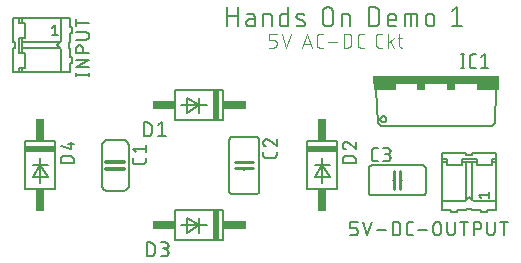
<source format=gbr>
G04 EAGLE Gerber RS-274X export*
G75*
%MOMM*%
%FSLAX34Y34*%
%LPD*%
%INSilkscreen Top*%
%IPPOS*%
%AMOC8*
5,1,8,0,0,1.08239X$1,22.5*%
G01*
%ADD10C,0.152400*%
%ADD11C,0.101600*%
%ADD12C,0.127000*%
%ADD13C,0.304800*%
%ADD14C,0.254000*%
%ADD15R,0.508000X2.540000*%
%ADD16R,1.905000X0.762000*%
%ADD17R,2.540000X0.508000*%
%ADD18R,0.762000X1.905000*%
%ADD19R,10.668000X0.762000*%
%ADD20R,1.905000X0.508000*%
%ADD21R,0.762000X0.508000*%


D10*
X216662Y244602D02*
X216662Y260858D01*
X216662Y253633D02*
X225693Y253633D01*
X225693Y260858D02*
X225693Y244602D01*
X235763Y250924D02*
X239827Y250924D01*
X235763Y250924D02*
X235651Y250922D01*
X235540Y250916D01*
X235429Y250906D01*
X235318Y250893D01*
X235208Y250875D01*
X235099Y250853D01*
X234990Y250828D01*
X234882Y250799D01*
X234776Y250766D01*
X234670Y250729D01*
X234566Y250689D01*
X234464Y250645D01*
X234363Y250597D01*
X234264Y250546D01*
X234166Y250491D01*
X234071Y250433D01*
X233978Y250372D01*
X233887Y250307D01*
X233798Y250239D01*
X233712Y250168D01*
X233629Y250095D01*
X233548Y250018D01*
X233469Y249938D01*
X233394Y249856D01*
X233322Y249771D01*
X233252Y249684D01*
X233186Y249594D01*
X233123Y249502D01*
X233063Y249407D01*
X233007Y249311D01*
X232954Y249213D01*
X232905Y249113D01*
X232859Y249011D01*
X232817Y248908D01*
X232778Y248803D01*
X232743Y248697D01*
X232712Y248590D01*
X232685Y248482D01*
X232661Y248373D01*
X232642Y248263D01*
X232626Y248153D01*
X232614Y248042D01*
X232606Y247930D01*
X232602Y247819D01*
X232602Y247707D01*
X232606Y247596D01*
X232614Y247484D01*
X232626Y247373D01*
X232642Y247263D01*
X232661Y247153D01*
X232685Y247044D01*
X232712Y246936D01*
X232743Y246829D01*
X232778Y246723D01*
X232817Y246618D01*
X232859Y246515D01*
X232905Y246413D01*
X232954Y246313D01*
X233007Y246215D01*
X233063Y246119D01*
X233123Y246024D01*
X233186Y245932D01*
X233252Y245842D01*
X233322Y245755D01*
X233394Y245670D01*
X233469Y245588D01*
X233548Y245508D01*
X233629Y245431D01*
X233712Y245358D01*
X233798Y245287D01*
X233887Y245219D01*
X233978Y245154D01*
X234071Y245093D01*
X234166Y245035D01*
X234264Y244980D01*
X234363Y244929D01*
X234464Y244881D01*
X234566Y244837D01*
X234670Y244797D01*
X234776Y244760D01*
X234882Y244727D01*
X234990Y244698D01*
X235099Y244673D01*
X235208Y244651D01*
X235318Y244633D01*
X235429Y244620D01*
X235540Y244610D01*
X235651Y244604D01*
X235763Y244602D01*
X239827Y244602D01*
X239827Y252730D01*
X239825Y252831D01*
X239819Y252932D01*
X239810Y253033D01*
X239797Y253134D01*
X239780Y253234D01*
X239759Y253333D01*
X239735Y253431D01*
X239707Y253528D01*
X239675Y253625D01*
X239640Y253720D01*
X239601Y253813D01*
X239559Y253905D01*
X239513Y253996D01*
X239464Y254085D01*
X239412Y254171D01*
X239356Y254256D01*
X239298Y254339D01*
X239236Y254419D01*
X239171Y254497D01*
X239104Y254573D01*
X239034Y254646D01*
X238961Y254716D01*
X238885Y254783D01*
X238807Y254848D01*
X238727Y254910D01*
X238644Y254968D01*
X238559Y255024D01*
X238473Y255076D01*
X238384Y255125D01*
X238293Y255171D01*
X238201Y255213D01*
X238108Y255252D01*
X238013Y255287D01*
X237916Y255319D01*
X237819Y255347D01*
X237721Y255371D01*
X237622Y255392D01*
X237522Y255409D01*
X237421Y255422D01*
X237320Y255431D01*
X237219Y255437D01*
X237118Y255439D01*
X233505Y255439D01*
X247264Y255439D02*
X247264Y244602D01*
X247264Y255439D02*
X251780Y255439D01*
X251884Y255437D01*
X251987Y255431D01*
X252091Y255421D01*
X252194Y255407D01*
X252296Y255389D01*
X252397Y255368D01*
X252498Y255342D01*
X252597Y255313D01*
X252696Y255280D01*
X252793Y255243D01*
X252888Y255202D01*
X252982Y255158D01*
X253074Y255110D01*
X253164Y255059D01*
X253253Y255004D01*
X253339Y254946D01*
X253422Y254884D01*
X253504Y254820D01*
X253582Y254752D01*
X253658Y254682D01*
X253732Y254609D01*
X253802Y254532D01*
X253870Y254454D01*
X253934Y254372D01*
X253996Y254289D01*
X254054Y254203D01*
X254109Y254114D01*
X254160Y254024D01*
X254208Y253932D01*
X254252Y253838D01*
X254293Y253743D01*
X254330Y253646D01*
X254363Y253547D01*
X254392Y253448D01*
X254418Y253347D01*
X254439Y253246D01*
X254457Y253144D01*
X254471Y253041D01*
X254481Y252937D01*
X254487Y252834D01*
X254489Y252730D01*
X254489Y244602D01*
X268484Y244602D02*
X268484Y260858D01*
X268484Y244602D02*
X263969Y244602D01*
X263868Y244604D01*
X263767Y244610D01*
X263666Y244619D01*
X263565Y244632D01*
X263465Y244649D01*
X263366Y244670D01*
X263268Y244694D01*
X263171Y244722D01*
X263074Y244754D01*
X262979Y244789D01*
X262886Y244828D01*
X262794Y244870D01*
X262703Y244916D01*
X262615Y244965D01*
X262528Y245017D01*
X262443Y245073D01*
X262360Y245131D01*
X262280Y245193D01*
X262202Y245258D01*
X262126Y245325D01*
X262053Y245395D01*
X261983Y245468D01*
X261916Y245544D01*
X261851Y245622D01*
X261789Y245702D01*
X261731Y245785D01*
X261675Y245870D01*
X261623Y245957D01*
X261574Y246045D01*
X261528Y246136D01*
X261486Y246228D01*
X261447Y246321D01*
X261412Y246416D01*
X261380Y246513D01*
X261352Y246610D01*
X261328Y246708D01*
X261307Y246807D01*
X261290Y246907D01*
X261277Y247008D01*
X261268Y247109D01*
X261262Y247210D01*
X261260Y247311D01*
X261259Y247311D02*
X261259Y252730D01*
X261260Y252730D02*
X261262Y252831D01*
X261268Y252932D01*
X261277Y253033D01*
X261290Y253134D01*
X261307Y253234D01*
X261328Y253333D01*
X261352Y253431D01*
X261380Y253528D01*
X261412Y253625D01*
X261447Y253720D01*
X261486Y253813D01*
X261528Y253905D01*
X261574Y253996D01*
X261623Y254085D01*
X261675Y254171D01*
X261731Y254256D01*
X261789Y254339D01*
X261851Y254419D01*
X261916Y254497D01*
X261983Y254573D01*
X262053Y254646D01*
X262126Y254716D01*
X262202Y254783D01*
X262280Y254848D01*
X262360Y254910D01*
X262443Y254968D01*
X262528Y255024D01*
X262615Y255076D01*
X262703Y255125D01*
X262794Y255171D01*
X262886Y255213D01*
X262979Y255252D01*
X263074Y255287D01*
X263171Y255319D01*
X263268Y255347D01*
X263366Y255371D01*
X263465Y255392D01*
X263565Y255409D01*
X263666Y255422D01*
X263767Y255431D01*
X263868Y255437D01*
X263969Y255439D01*
X268484Y255439D01*
X276755Y250924D02*
X281271Y249118D01*
X276755Y250924D02*
X276667Y250961D01*
X276581Y251002D01*
X276496Y251046D01*
X276413Y251094D01*
X276333Y251145D01*
X276254Y251199D01*
X276178Y251257D01*
X276104Y251317D01*
X276032Y251381D01*
X275964Y251447D01*
X275898Y251517D01*
X275835Y251588D01*
X275774Y251663D01*
X275717Y251739D01*
X275664Y251818D01*
X275613Y251899D01*
X275566Y251982D01*
X275522Y252067D01*
X275482Y252154D01*
X275445Y252242D01*
X275412Y252332D01*
X275382Y252423D01*
X275357Y252515D01*
X275335Y252608D01*
X275317Y252702D01*
X275302Y252796D01*
X275292Y252891D01*
X275286Y252987D01*
X275283Y253082D01*
X275284Y253178D01*
X275290Y253273D01*
X275299Y253369D01*
X275312Y253463D01*
X275328Y253557D01*
X275349Y253651D01*
X275374Y253743D01*
X275402Y253834D01*
X275434Y253924D01*
X275469Y254013D01*
X275508Y254100D01*
X275551Y254186D01*
X275597Y254270D01*
X275647Y254351D01*
X275699Y254431D01*
X275755Y254509D01*
X275815Y254584D01*
X275877Y254656D01*
X275942Y254726D01*
X276010Y254794D01*
X276080Y254858D01*
X276153Y254920D01*
X276229Y254978D01*
X276307Y255034D01*
X276387Y255086D01*
X276469Y255135D01*
X276553Y255180D01*
X276639Y255222D01*
X276726Y255261D01*
X276815Y255296D01*
X276906Y255327D01*
X276997Y255354D01*
X277090Y255378D01*
X277183Y255398D01*
X277277Y255414D01*
X277372Y255426D01*
X277467Y255435D01*
X277563Y255439D01*
X277658Y255440D01*
X277905Y255433D01*
X278151Y255421D01*
X278397Y255403D01*
X278643Y255378D01*
X278887Y255348D01*
X279131Y255312D01*
X279374Y255271D01*
X279616Y255223D01*
X279857Y255169D01*
X280096Y255110D01*
X280334Y255045D01*
X280570Y254974D01*
X280805Y254898D01*
X281038Y254816D01*
X281268Y254728D01*
X281496Y254635D01*
X281723Y254537D01*
X281271Y249117D02*
X281359Y249080D01*
X281445Y249039D01*
X281530Y248995D01*
X281613Y248947D01*
X281693Y248896D01*
X281772Y248842D01*
X281848Y248784D01*
X281922Y248724D01*
X281994Y248660D01*
X282062Y248594D01*
X282128Y248524D01*
X282191Y248453D01*
X282252Y248378D01*
X282309Y248302D01*
X282362Y248223D01*
X282413Y248142D01*
X282460Y248059D01*
X282504Y247974D01*
X282544Y247887D01*
X282581Y247799D01*
X282614Y247709D01*
X282644Y247618D01*
X282669Y247526D01*
X282691Y247433D01*
X282709Y247339D01*
X282724Y247245D01*
X282734Y247150D01*
X282740Y247054D01*
X282743Y246959D01*
X282742Y246863D01*
X282736Y246768D01*
X282727Y246672D01*
X282714Y246578D01*
X282698Y246484D01*
X282677Y246390D01*
X282652Y246298D01*
X282624Y246207D01*
X282592Y246117D01*
X282557Y246028D01*
X282518Y245941D01*
X282475Y245855D01*
X282429Y245771D01*
X282379Y245690D01*
X282327Y245610D01*
X282271Y245532D01*
X282211Y245457D01*
X282149Y245385D01*
X282084Y245315D01*
X282016Y245247D01*
X281946Y245183D01*
X281873Y245121D01*
X281797Y245063D01*
X281719Y245007D01*
X281639Y244955D01*
X281557Y244906D01*
X281473Y244861D01*
X281387Y244819D01*
X281300Y244780D01*
X281211Y244745D01*
X281120Y244714D01*
X281029Y244687D01*
X280936Y244663D01*
X280843Y244643D01*
X280749Y244627D01*
X280654Y244615D01*
X280559Y244606D01*
X280463Y244602D01*
X280368Y244601D01*
X280367Y244602D02*
X280005Y244611D01*
X279643Y244629D01*
X279282Y244656D01*
X278922Y244691D01*
X278562Y244734D01*
X278203Y244786D01*
X277846Y244847D01*
X277491Y244916D01*
X277137Y244993D01*
X276785Y245079D01*
X276435Y245173D01*
X276087Y245276D01*
X275742Y245386D01*
X275400Y245505D01*
X297423Y249118D02*
X297423Y256342D01*
X297425Y256475D01*
X297431Y256607D01*
X297441Y256739D01*
X297454Y256871D01*
X297472Y257003D01*
X297493Y257133D01*
X297518Y257264D01*
X297547Y257393D01*
X297580Y257521D01*
X297616Y257649D01*
X297656Y257775D01*
X297700Y257900D01*
X297748Y258024D01*
X297799Y258146D01*
X297854Y258267D01*
X297912Y258386D01*
X297974Y258504D01*
X298039Y258619D01*
X298108Y258733D01*
X298179Y258844D01*
X298255Y258953D01*
X298333Y259060D01*
X298414Y259165D01*
X298499Y259267D01*
X298586Y259367D01*
X298676Y259464D01*
X298769Y259559D01*
X298865Y259650D01*
X298963Y259739D01*
X299064Y259825D01*
X299168Y259908D01*
X299274Y259988D01*
X299382Y260064D01*
X299492Y260138D01*
X299605Y260208D01*
X299719Y260275D01*
X299836Y260338D01*
X299954Y260398D01*
X300074Y260455D01*
X300196Y260508D01*
X300319Y260557D01*
X300443Y260603D01*
X300569Y260645D01*
X300696Y260683D01*
X300824Y260718D01*
X300953Y260749D01*
X301082Y260776D01*
X301213Y260799D01*
X301344Y260819D01*
X301476Y260834D01*
X301608Y260846D01*
X301740Y260854D01*
X301873Y260858D01*
X302005Y260858D01*
X302138Y260854D01*
X302270Y260846D01*
X302402Y260834D01*
X302534Y260819D01*
X302665Y260799D01*
X302796Y260776D01*
X302925Y260749D01*
X303054Y260718D01*
X303182Y260683D01*
X303309Y260645D01*
X303435Y260603D01*
X303559Y260557D01*
X303682Y260508D01*
X303804Y260455D01*
X303924Y260398D01*
X304042Y260338D01*
X304159Y260275D01*
X304273Y260208D01*
X304386Y260138D01*
X304496Y260064D01*
X304604Y259988D01*
X304710Y259908D01*
X304814Y259825D01*
X304915Y259739D01*
X305013Y259650D01*
X305109Y259559D01*
X305202Y259464D01*
X305292Y259367D01*
X305379Y259267D01*
X305464Y259165D01*
X305545Y259060D01*
X305623Y258953D01*
X305699Y258844D01*
X305770Y258733D01*
X305839Y258619D01*
X305904Y258504D01*
X305966Y258386D01*
X306024Y258267D01*
X306079Y258146D01*
X306130Y258024D01*
X306178Y257900D01*
X306222Y257775D01*
X306262Y257649D01*
X306298Y257521D01*
X306331Y257393D01*
X306360Y257264D01*
X306385Y257133D01*
X306406Y257003D01*
X306424Y256871D01*
X306437Y256739D01*
X306447Y256607D01*
X306453Y256475D01*
X306455Y256342D01*
X306454Y256342D02*
X306454Y249118D01*
X306455Y249118D02*
X306453Y248985D01*
X306447Y248853D01*
X306437Y248721D01*
X306424Y248589D01*
X306406Y248457D01*
X306385Y248327D01*
X306360Y248196D01*
X306331Y248067D01*
X306298Y247939D01*
X306262Y247811D01*
X306222Y247685D01*
X306178Y247560D01*
X306130Y247436D01*
X306079Y247314D01*
X306024Y247193D01*
X305966Y247074D01*
X305904Y246956D01*
X305839Y246841D01*
X305770Y246727D01*
X305699Y246616D01*
X305623Y246507D01*
X305545Y246400D01*
X305464Y246295D01*
X305379Y246193D01*
X305292Y246093D01*
X305202Y245996D01*
X305109Y245901D01*
X305013Y245810D01*
X304915Y245721D01*
X304814Y245635D01*
X304710Y245552D01*
X304604Y245472D01*
X304496Y245396D01*
X304386Y245322D01*
X304273Y245252D01*
X304159Y245185D01*
X304042Y245122D01*
X303924Y245062D01*
X303804Y245005D01*
X303682Y244952D01*
X303559Y244903D01*
X303435Y244857D01*
X303309Y244815D01*
X303182Y244777D01*
X303054Y244742D01*
X302925Y244711D01*
X302796Y244684D01*
X302665Y244661D01*
X302534Y244641D01*
X302402Y244626D01*
X302270Y244614D01*
X302138Y244606D01*
X302005Y244602D01*
X301873Y244602D01*
X301740Y244606D01*
X301608Y244614D01*
X301476Y244626D01*
X301344Y244641D01*
X301213Y244661D01*
X301082Y244684D01*
X300953Y244711D01*
X300824Y244742D01*
X300696Y244777D01*
X300569Y244815D01*
X300443Y244857D01*
X300319Y244903D01*
X300196Y244952D01*
X300074Y245005D01*
X299954Y245062D01*
X299836Y245122D01*
X299719Y245185D01*
X299605Y245252D01*
X299492Y245322D01*
X299382Y245396D01*
X299274Y245472D01*
X299168Y245552D01*
X299064Y245635D01*
X298963Y245721D01*
X298865Y245810D01*
X298769Y245901D01*
X298676Y245996D01*
X298586Y246093D01*
X298499Y246193D01*
X298414Y246295D01*
X298333Y246400D01*
X298255Y246507D01*
X298179Y246616D01*
X298108Y246727D01*
X298039Y246841D01*
X297974Y246956D01*
X297912Y247074D01*
X297854Y247193D01*
X297799Y247314D01*
X297748Y247436D01*
X297700Y247560D01*
X297656Y247685D01*
X297616Y247811D01*
X297580Y247939D01*
X297547Y248067D01*
X297518Y248196D01*
X297493Y248327D01*
X297472Y248457D01*
X297454Y248589D01*
X297441Y248721D01*
X297431Y248853D01*
X297425Y248985D01*
X297423Y249118D01*
X313437Y244602D02*
X313437Y255439D01*
X317952Y255439D01*
X318056Y255437D01*
X318159Y255431D01*
X318263Y255421D01*
X318366Y255407D01*
X318468Y255389D01*
X318569Y255368D01*
X318670Y255342D01*
X318769Y255313D01*
X318868Y255280D01*
X318965Y255243D01*
X319060Y255202D01*
X319154Y255158D01*
X319246Y255110D01*
X319336Y255059D01*
X319425Y255004D01*
X319511Y254946D01*
X319594Y254884D01*
X319676Y254820D01*
X319754Y254752D01*
X319830Y254682D01*
X319904Y254609D01*
X319974Y254532D01*
X320042Y254454D01*
X320106Y254372D01*
X320168Y254289D01*
X320226Y254203D01*
X320281Y254114D01*
X320332Y254024D01*
X320380Y253932D01*
X320424Y253838D01*
X320465Y253743D01*
X320502Y253646D01*
X320535Y253547D01*
X320564Y253448D01*
X320590Y253347D01*
X320611Y253246D01*
X320629Y253144D01*
X320643Y253041D01*
X320653Y252937D01*
X320659Y252834D01*
X320661Y252730D01*
X320661Y244602D01*
X336501Y244602D02*
X336501Y260858D01*
X341017Y260858D01*
X341148Y260856D01*
X341280Y260850D01*
X341411Y260841D01*
X341541Y260827D01*
X341672Y260810D01*
X341801Y260789D01*
X341930Y260765D01*
X342058Y260736D01*
X342186Y260704D01*
X342312Y260668D01*
X342437Y260629D01*
X342562Y260586D01*
X342684Y260539D01*
X342806Y260489D01*
X342926Y260435D01*
X343044Y260378D01*
X343160Y260317D01*
X343275Y260253D01*
X343388Y260186D01*
X343499Y260115D01*
X343607Y260041D01*
X343714Y259964D01*
X343818Y259884D01*
X343920Y259801D01*
X344019Y259716D01*
X344116Y259627D01*
X344210Y259535D01*
X344302Y259441D01*
X344391Y259344D01*
X344476Y259245D01*
X344559Y259143D01*
X344639Y259039D01*
X344716Y258932D01*
X344790Y258824D01*
X344861Y258713D01*
X344928Y258600D01*
X344992Y258485D01*
X345053Y258369D01*
X345110Y258251D01*
X345164Y258131D01*
X345214Y258009D01*
X345261Y257887D01*
X345304Y257762D01*
X345343Y257637D01*
X345379Y257511D01*
X345411Y257383D01*
X345440Y257255D01*
X345464Y257126D01*
X345485Y256997D01*
X345502Y256866D01*
X345516Y256736D01*
X345525Y256605D01*
X345531Y256473D01*
X345533Y256342D01*
X345532Y256342D02*
X345532Y249118D01*
X345533Y249118D02*
X345531Y248987D01*
X345525Y248855D01*
X345516Y248724D01*
X345502Y248594D01*
X345485Y248463D01*
X345464Y248334D01*
X345440Y248205D01*
X345411Y248077D01*
X345379Y247949D01*
X345343Y247823D01*
X345304Y247698D01*
X345261Y247573D01*
X345214Y247451D01*
X345164Y247329D01*
X345110Y247209D01*
X345053Y247091D01*
X344992Y246975D01*
X344928Y246860D01*
X344861Y246747D01*
X344790Y246636D01*
X344716Y246528D01*
X344639Y246421D01*
X344559Y246317D01*
X344476Y246215D01*
X344391Y246116D01*
X344302Y246019D01*
X344210Y245925D01*
X344116Y245833D01*
X344019Y245744D01*
X343920Y245659D01*
X343818Y245576D01*
X343714Y245496D01*
X343607Y245419D01*
X343499Y245345D01*
X343388Y245274D01*
X343275Y245207D01*
X343160Y245143D01*
X343044Y245082D01*
X342926Y245025D01*
X342806Y244971D01*
X342684Y244921D01*
X342562Y244874D01*
X342437Y244831D01*
X342312Y244792D01*
X342186Y244756D01*
X342058Y244724D01*
X341930Y244695D01*
X341801Y244671D01*
X341671Y244650D01*
X341541Y244633D01*
X341411Y244619D01*
X341280Y244610D01*
X341148Y244604D01*
X341017Y244602D01*
X336501Y244602D01*
X355224Y244602D02*
X359740Y244602D01*
X355224Y244602D02*
X355123Y244604D01*
X355022Y244610D01*
X354921Y244619D01*
X354820Y244632D01*
X354720Y244649D01*
X354621Y244670D01*
X354523Y244694D01*
X354426Y244722D01*
X354329Y244754D01*
X354234Y244789D01*
X354141Y244828D01*
X354049Y244870D01*
X353958Y244916D01*
X353870Y244965D01*
X353783Y245017D01*
X353698Y245073D01*
X353615Y245131D01*
X353535Y245193D01*
X353457Y245258D01*
X353381Y245325D01*
X353308Y245395D01*
X353238Y245468D01*
X353171Y245544D01*
X353106Y245622D01*
X353044Y245702D01*
X352986Y245785D01*
X352930Y245870D01*
X352878Y245957D01*
X352829Y246045D01*
X352783Y246136D01*
X352741Y246228D01*
X352702Y246321D01*
X352667Y246416D01*
X352635Y246513D01*
X352607Y246610D01*
X352583Y246708D01*
X352562Y246807D01*
X352545Y246907D01*
X352532Y247008D01*
X352523Y247109D01*
X352517Y247210D01*
X352515Y247311D01*
X352515Y251827D01*
X352517Y251946D01*
X352523Y252066D01*
X352533Y252185D01*
X352547Y252303D01*
X352564Y252422D01*
X352586Y252539D01*
X352611Y252656D01*
X352641Y252771D01*
X352674Y252886D01*
X352711Y253000D01*
X352751Y253112D01*
X352796Y253223D01*
X352844Y253332D01*
X352895Y253440D01*
X352950Y253546D01*
X353009Y253650D01*
X353071Y253752D01*
X353136Y253852D01*
X353205Y253950D01*
X353277Y254046D01*
X353352Y254139D01*
X353429Y254229D01*
X353510Y254317D01*
X353594Y254402D01*
X353681Y254484D01*
X353770Y254564D01*
X353862Y254640D01*
X353956Y254714D01*
X354053Y254784D01*
X354151Y254851D01*
X354252Y254915D01*
X354356Y254975D01*
X354461Y255032D01*
X354568Y255085D01*
X354676Y255135D01*
X354786Y255181D01*
X354898Y255223D01*
X355011Y255262D01*
X355125Y255297D01*
X355240Y255328D01*
X355357Y255356D01*
X355474Y255379D01*
X355591Y255399D01*
X355710Y255415D01*
X355829Y255427D01*
X355948Y255435D01*
X356067Y255439D01*
X356187Y255439D01*
X356306Y255435D01*
X356425Y255427D01*
X356544Y255415D01*
X356663Y255399D01*
X356780Y255379D01*
X356897Y255356D01*
X357014Y255328D01*
X357129Y255297D01*
X357243Y255262D01*
X357356Y255223D01*
X357468Y255181D01*
X357578Y255135D01*
X357686Y255085D01*
X357793Y255032D01*
X357898Y254975D01*
X358002Y254915D01*
X358103Y254851D01*
X358201Y254784D01*
X358298Y254714D01*
X358392Y254640D01*
X358484Y254564D01*
X358573Y254484D01*
X358660Y254402D01*
X358744Y254317D01*
X358825Y254229D01*
X358902Y254139D01*
X358977Y254046D01*
X359049Y253950D01*
X359118Y253852D01*
X359183Y253752D01*
X359245Y253650D01*
X359304Y253546D01*
X359359Y253440D01*
X359410Y253332D01*
X359458Y253223D01*
X359503Y253112D01*
X359543Y253000D01*
X359580Y252886D01*
X359613Y252771D01*
X359643Y252656D01*
X359668Y252539D01*
X359690Y252422D01*
X359707Y252303D01*
X359721Y252185D01*
X359731Y252066D01*
X359737Y251946D01*
X359739Y251827D01*
X359740Y251827D02*
X359740Y250021D01*
X352515Y250021D01*
X366861Y244602D02*
X366861Y255439D01*
X374989Y255439D01*
X375090Y255437D01*
X375191Y255431D01*
X375292Y255422D01*
X375393Y255409D01*
X375493Y255392D01*
X375592Y255371D01*
X375690Y255347D01*
X375787Y255319D01*
X375884Y255287D01*
X375979Y255252D01*
X376072Y255213D01*
X376164Y255171D01*
X376255Y255125D01*
X376344Y255076D01*
X376430Y255024D01*
X376515Y254968D01*
X376598Y254910D01*
X376678Y254848D01*
X376756Y254783D01*
X376832Y254716D01*
X376905Y254646D01*
X376975Y254573D01*
X377042Y254497D01*
X377107Y254419D01*
X377169Y254339D01*
X377227Y254256D01*
X377283Y254171D01*
X377335Y254085D01*
X377384Y253996D01*
X377430Y253905D01*
X377472Y253813D01*
X377511Y253720D01*
X377546Y253625D01*
X377578Y253528D01*
X377606Y253431D01*
X377630Y253333D01*
X377651Y253234D01*
X377668Y253134D01*
X377681Y253033D01*
X377690Y252932D01*
X377696Y252831D01*
X377698Y252730D01*
X377698Y244602D01*
X372279Y244602D02*
X372279Y255439D01*
X384819Y251827D02*
X384819Y248214D01*
X384820Y251827D02*
X384822Y251946D01*
X384828Y252066D01*
X384838Y252185D01*
X384852Y252303D01*
X384869Y252422D01*
X384891Y252539D01*
X384916Y252656D01*
X384946Y252771D01*
X384979Y252886D01*
X385016Y253000D01*
X385056Y253112D01*
X385101Y253223D01*
X385149Y253332D01*
X385200Y253440D01*
X385255Y253546D01*
X385314Y253650D01*
X385376Y253752D01*
X385441Y253852D01*
X385510Y253950D01*
X385582Y254046D01*
X385657Y254139D01*
X385734Y254229D01*
X385815Y254317D01*
X385899Y254402D01*
X385986Y254484D01*
X386075Y254564D01*
X386167Y254640D01*
X386261Y254714D01*
X386358Y254784D01*
X386456Y254851D01*
X386557Y254915D01*
X386661Y254975D01*
X386766Y255032D01*
X386873Y255085D01*
X386981Y255135D01*
X387091Y255181D01*
X387203Y255223D01*
X387316Y255262D01*
X387430Y255297D01*
X387545Y255328D01*
X387662Y255356D01*
X387779Y255379D01*
X387896Y255399D01*
X388015Y255415D01*
X388134Y255427D01*
X388253Y255435D01*
X388372Y255439D01*
X388492Y255439D01*
X388611Y255435D01*
X388730Y255427D01*
X388849Y255415D01*
X388968Y255399D01*
X389085Y255379D01*
X389202Y255356D01*
X389319Y255328D01*
X389434Y255297D01*
X389548Y255262D01*
X389661Y255223D01*
X389773Y255181D01*
X389883Y255135D01*
X389991Y255085D01*
X390098Y255032D01*
X390203Y254975D01*
X390307Y254915D01*
X390408Y254851D01*
X390506Y254784D01*
X390603Y254714D01*
X390697Y254640D01*
X390789Y254564D01*
X390878Y254484D01*
X390965Y254402D01*
X391049Y254317D01*
X391130Y254229D01*
X391207Y254139D01*
X391282Y254046D01*
X391354Y253950D01*
X391423Y253852D01*
X391488Y253752D01*
X391550Y253650D01*
X391609Y253546D01*
X391664Y253440D01*
X391715Y253332D01*
X391763Y253223D01*
X391808Y253112D01*
X391848Y253000D01*
X391885Y252886D01*
X391918Y252771D01*
X391948Y252656D01*
X391973Y252539D01*
X391995Y252422D01*
X392012Y252303D01*
X392026Y252185D01*
X392036Y252066D01*
X392042Y251946D01*
X392044Y251827D01*
X392044Y248214D01*
X392042Y248095D01*
X392036Y247975D01*
X392026Y247856D01*
X392012Y247738D01*
X391995Y247619D01*
X391973Y247502D01*
X391948Y247385D01*
X391918Y247270D01*
X391885Y247155D01*
X391848Y247041D01*
X391808Y246929D01*
X391763Y246818D01*
X391715Y246709D01*
X391664Y246601D01*
X391609Y246495D01*
X391550Y246391D01*
X391488Y246289D01*
X391423Y246189D01*
X391354Y246091D01*
X391282Y245995D01*
X391207Y245902D01*
X391130Y245812D01*
X391049Y245724D01*
X390965Y245639D01*
X390878Y245557D01*
X390789Y245477D01*
X390697Y245401D01*
X390603Y245327D01*
X390506Y245257D01*
X390408Y245190D01*
X390307Y245126D01*
X390203Y245066D01*
X390098Y245009D01*
X389991Y244956D01*
X389883Y244906D01*
X389773Y244860D01*
X389661Y244818D01*
X389548Y244779D01*
X389434Y244744D01*
X389319Y244713D01*
X389202Y244685D01*
X389085Y244662D01*
X388968Y244642D01*
X388849Y244626D01*
X388730Y244614D01*
X388611Y244606D01*
X388492Y244602D01*
X388372Y244602D01*
X388253Y244606D01*
X388134Y244614D01*
X388015Y244626D01*
X387896Y244642D01*
X387779Y244662D01*
X387662Y244685D01*
X387545Y244713D01*
X387430Y244744D01*
X387316Y244779D01*
X387203Y244818D01*
X387091Y244860D01*
X386981Y244906D01*
X386873Y244956D01*
X386766Y245009D01*
X386661Y245066D01*
X386557Y245126D01*
X386456Y245190D01*
X386358Y245257D01*
X386261Y245327D01*
X386167Y245401D01*
X386075Y245477D01*
X385986Y245557D01*
X385899Y245639D01*
X385815Y245724D01*
X385734Y245812D01*
X385657Y245902D01*
X385582Y245995D01*
X385510Y246091D01*
X385441Y246189D01*
X385376Y246289D01*
X385314Y246391D01*
X385255Y246495D01*
X385200Y246601D01*
X385149Y246709D01*
X385101Y246818D01*
X385056Y246929D01*
X385016Y247041D01*
X384979Y247155D01*
X384946Y247270D01*
X384916Y247385D01*
X384891Y247502D01*
X384869Y247619D01*
X384852Y247738D01*
X384838Y247856D01*
X384828Y247975D01*
X384822Y248095D01*
X384820Y248214D01*
X406842Y257246D02*
X411357Y260858D01*
X411357Y244602D01*
X406842Y244602D02*
X415873Y244602D01*
D11*
X255863Y226568D02*
X251968Y226568D01*
X255863Y226568D02*
X255962Y226570D01*
X256062Y226576D01*
X256161Y226585D01*
X256259Y226598D01*
X256357Y226615D01*
X256455Y226636D01*
X256551Y226661D01*
X256646Y226689D01*
X256740Y226721D01*
X256833Y226756D01*
X256925Y226795D01*
X257015Y226838D01*
X257103Y226883D01*
X257190Y226933D01*
X257274Y226985D01*
X257357Y227041D01*
X257437Y227099D01*
X257515Y227161D01*
X257590Y227226D01*
X257663Y227294D01*
X257733Y227364D01*
X257801Y227437D01*
X257866Y227512D01*
X257928Y227590D01*
X257986Y227670D01*
X258042Y227753D01*
X258094Y227837D01*
X258144Y227924D01*
X258189Y228012D01*
X258232Y228102D01*
X258271Y228194D01*
X258306Y228287D01*
X258338Y228381D01*
X258366Y228476D01*
X258391Y228572D01*
X258412Y228670D01*
X258429Y228768D01*
X258442Y228866D01*
X258451Y228965D01*
X258457Y229065D01*
X258459Y229164D01*
X258459Y230463D01*
X258457Y230562D01*
X258451Y230662D01*
X258442Y230761D01*
X258429Y230859D01*
X258412Y230957D01*
X258391Y231055D01*
X258366Y231151D01*
X258338Y231246D01*
X258306Y231340D01*
X258271Y231433D01*
X258232Y231525D01*
X258189Y231615D01*
X258144Y231703D01*
X258094Y231790D01*
X258042Y231874D01*
X257986Y231957D01*
X257928Y232037D01*
X257866Y232115D01*
X257801Y232190D01*
X257733Y232263D01*
X257663Y232333D01*
X257590Y232401D01*
X257515Y232466D01*
X257437Y232528D01*
X257357Y232586D01*
X257274Y232642D01*
X257190Y232694D01*
X257103Y232744D01*
X257015Y232789D01*
X256925Y232832D01*
X256833Y232871D01*
X256740Y232906D01*
X256646Y232938D01*
X256551Y232966D01*
X256455Y232991D01*
X256357Y233012D01*
X256259Y233029D01*
X256161Y233042D01*
X256062Y233051D01*
X255962Y233057D01*
X255863Y233059D01*
X251968Y233059D01*
X251968Y238252D01*
X258459Y238252D01*
X262749Y238252D02*
X266644Y226568D01*
X270538Y238252D01*
X284170Y238252D02*
X280275Y226568D01*
X288064Y226568D02*
X284170Y238252D01*
X287091Y229489D02*
X281249Y229489D01*
X294917Y226568D02*
X297514Y226568D01*
X294917Y226568D02*
X294818Y226570D01*
X294718Y226576D01*
X294619Y226585D01*
X294521Y226598D01*
X294423Y226615D01*
X294325Y226636D01*
X294229Y226661D01*
X294134Y226689D01*
X294040Y226721D01*
X293947Y226756D01*
X293855Y226795D01*
X293765Y226838D01*
X293677Y226883D01*
X293590Y226933D01*
X293506Y226985D01*
X293423Y227041D01*
X293343Y227099D01*
X293265Y227161D01*
X293190Y227226D01*
X293117Y227294D01*
X293047Y227364D01*
X292979Y227437D01*
X292914Y227512D01*
X292852Y227590D01*
X292794Y227670D01*
X292738Y227753D01*
X292686Y227837D01*
X292636Y227924D01*
X292591Y228012D01*
X292548Y228102D01*
X292509Y228194D01*
X292474Y228287D01*
X292442Y228381D01*
X292414Y228476D01*
X292389Y228572D01*
X292368Y228670D01*
X292351Y228768D01*
X292338Y228866D01*
X292329Y228965D01*
X292323Y229065D01*
X292321Y229164D01*
X292321Y235656D01*
X292323Y235755D01*
X292329Y235855D01*
X292338Y235954D01*
X292351Y236052D01*
X292368Y236150D01*
X292389Y236248D01*
X292414Y236344D01*
X292442Y236439D01*
X292474Y236533D01*
X292509Y236626D01*
X292548Y236718D01*
X292591Y236808D01*
X292636Y236896D01*
X292686Y236983D01*
X292738Y237067D01*
X292794Y237150D01*
X292852Y237230D01*
X292914Y237308D01*
X292979Y237383D01*
X293047Y237456D01*
X293117Y237526D01*
X293190Y237594D01*
X293265Y237659D01*
X293343Y237721D01*
X293423Y237779D01*
X293506Y237835D01*
X293590Y237887D01*
X293677Y237937D01*
X293765Y237982D01*
X293855Y238025D01*
X293947Y238064D01*
X294039Y238099D01*
X294134Y238131D01*
X294229Y238159D01*
X294325Y238184D01*
X294423Y238205D01*
X294521Y238222D01*
X294619Y238235D01*
X294718Y238244D01*
X294818Y238250D01*
X294917Y238252D01*
X297514Y238252D01*
X301992Y231112D02*
X309781Y231112D01*
X315214Y226568D02*
X315214Y238252D01*
X318460Y238252D01*
X318573Y238250D01*
X318686Y238244D01*
X318799Y238234D01*
X318912Y238220D01*
X319024Y238203D01*
X319135Y238181D01*
X319245Y238156D01*
X319355Y238126D01*
X319463Y238093D01*
X319570Y238056D01*
X319676Y238016D01*
X319780Y237971D01*
X319883Y237923D01*
X319984Y237872D01*
X320083Y237817D01*
X320180Y237759D01*
X320275Y237697D01*
X320368Y237632D01*
X320458Y237564D01*
X320546Y237493D01*
X320632Y237418D01*
X320715Y237341D01*
X320795Y237261D01*
X320872Y237178D01*
X320947Y237092D01*
X321018Y237004D01*
X321086Y236914D01*
X321151Y236821D01*
X321213Y236726D01*
X321271Y236629D01*
X321326Y236530D01*
X321377Y236429D01*
X321425Y236326D01*
X321470Y236222D01*
X321510Y236116D01*
X321547Y236009D01*
X321580Y235901D01*
X321610Y235791D01*
X321635Y235681D01*
X321657Y235570D01*
X321674Y235458D01*
X321688Y235345D01*
X321698Y235232D01*
X321704Y235119D01*
X321706Y235006D01*
X321705Y235006D02*
X321705Y229814D01*
X321706Y229814D02*
X321704Y229701D01*
X321698Y229588D01*
X321688Y229475D01*
X321674Y229362D01*
X321657Y229250D01*
X321635Y229139D01*
X321610Y229029D01*
X321580Y228919D01*
X321547Y228811D01*
X321510Y228704D01*
X321470Y228598D01*
X321425Y228494D01*
X321377Y228391D01*
X321326Y228290D01*
X321271Y228191D01*
X321213Y228094D01*
X321151Y227999D01*
X321086Y227906D01*
X321018Y227816D01*
X320947Y227728D01*
X320872Y227642D01*
X320795Y227559D01*
X320715Y227479D01*
X320632Y227402D01*
X320546Y227327D01*
X320458Y227256D01*
X320368Y227188D01*
X320275Y227123D01*
X320180Y227061D01*
X320083Y227003D01*
X319984Y226948D01*
X319883Y226897D01*
X319780Y226849D01*
X319676Y226804D01*
X319570Y226764D01*
X319463Y226727D01*
X319355Y226694D01*
X319245Y226664D01*
X319135Y226639D01*
X319024Y226617D01*
X318912Y226600D01*
X318799Y226586D01*
X318686Y226576D01*
X318573Y226570D01*
X318460Y226568D01*
X315214Y226568D01*
X329588Y226568D02*
X332185Y226568D01*
X329588Y226568D02*
X329489Y226570D01*
X329389Y226576D01*
X329290Y226585D01*
X329192Y226598D01*
X329094Y226615D01*
X328996Y226636D01*
X328900Y226661D01*
X328805Y226689D01*
X328711Y226721D01*
X328618Y226756D01*
X328526Y226795D01*
X328436Y226838D01*
X328348Y226883D01*
X328261Y226933D01*
X328177Y226985D01*
X328094Y227041D01*
X328014Y227099D01*
X327936Y227161D01*
X327861Y227226D01*
X327788Y227294D01*
X327718Y227364D01*
X327650Y227437D01*
X327585Y227512D01*
X327523Y227590D01*
X327465Y227670D01*
X327409Y227753D01*
X327357Y227837D01*
X327307Y227924D01*
X327262Y228012D01*
X327219Y228102D01*
X327180Y228194D01*
X327145Y228287D01*
X327113Y228381D01*
X327085Y228476D01*
X327060Y228572D01*
X327039Y228670D01*
X327022Y228768D01*
X327009Y228866D01*
X327000Y228965D01*
X326994Y229065D01*
X326992Y229164D01*
X326992Y235656D01*
X326994Y235755D01*
X327000Y235855D01*
X327009Y235954D01*
X327022Y236052D01*
X327039Y236150D01*
X327060Y236248D01*
X327085Y236344D01*
X327113Y236439D01*
X327145Y236533D01*
X327180Y236626D01*
X327219Y236718D01*
X327262Y236808D01*
X327307Y236896D01*
X327357Y236983D01*
X327409Y237067D01*
X327465Y237150D01*
X327523Y237230D01*
X327585Y237308D01*
X327650Y237383D01*
X327718Y237456D01*
X327788Y237526D01*
X327861Y237594D01*
X327936Y237659D01*
X328014Y237721D01*
X328094Y237779D01*
X328177Y237835D01*
X328261Y237887D01*
X328348Y237937D01*
X328436Y237982D01*
X328526Y238025D01*
X328618Y238064D01*
X328710Y238099D01*
X328805Y238131D01*
X328900Y238159D01*
X328996Y238184D01*
X329094Y238205D01*
X329192Y238222D01*
X329290Y238235D01*
X329389Y238244D01*
X329489Y238250D01*
X329588Y238252D01*
X332185Y238252D01*
X345209Y226568D02*
X347806Y226568D01*
X345209Y226568D02*
X345110Y226570D01*
X345010Y226576D01*
X344911Y226585D01*
X344813Y226598D01*
X344715Y226615D01*
X344617Y226636D01*
X344521Y226661D01*
X344426Y226689D01*
X344332Y226721D01*
X344239Y226756D01*
X344147Y226795D01*
X344057Y226838D01*
X343969Y226883D01*
X343882Y226933D01*
X343798Y226985D01*
X343715Y227041D01*
X343635Y227099D01*
X343557Y227161D01*
X343482Y227226D01*
X343409Y227294D01*
X343339Y227364D01*
X343271Y227437D01*
X343206Y227512D01*
X343144Y227590D01*
X343086Y227670D01*
X343030Y227753D01*
X342978Y227837D01*
X342928Y227924D01*
X342883Y228012D01*
X342840Y228102D01*
X342801Y228194D01*
X342766Y228287D01*
X342734Y228381D01*
X342706Y228476D01*
X342681Y228572D01*
X342660Y228670D01*
X342643Y228768D01*
X342630Y228866D01*
X342621Y228965D01*
X342615Y229065D01*
X342613Y229164D01*
X342613Y235656D01*
X342615Y235755D01*
X342621Y235855D01*
X342630Y235954D01*
X342643Y236052D01*
X342660Y236150D01*
X342681Y236248D01*
X342706Y236344D01*
X342734Y236439D01*
X342766Y236533D01*
X342801Y236626D01*
X342840Y236718D01*
X342883Y236808D01*
X342928Y236896D01*
X342978Y236983D01*
X343030Y237067D01*
X343086Y237150D01*
X343144Y237230D01*
X343206Y237308D01*
X343271Y237383D01*
X343339Y237456D01*
X343409Y237526D01*
X343482Y237594D01*
X343557Y237659D01*
X343635Y237721D01*
X343715Y237779D01*
X343798Y237835D01*
X343882Y237887D01*
X343969Y237937D01*
X344057Y237982D01*
X344147Y238025D01*
X344239Y238064D01*
X344331Y238099D01*
X344426Y238131D01*
X344521Y238159D01*
X344617Y238184D01*
X344715Y238205D01*
X344813Y238222D01*
X344911Y238235D01*
X345010Y238244D01*
X345110Y238250D01*
X345209Y238252D01*
X347806Y238252D01*
X352575Y238252D02*
X352575Y226568D01*
X352575Y230463D02*
X357767Y234357D01*
X354846Y232085D02*
X357767Y226568D01*
X360997Y234357D02*
X364891Y234357D01*
X362295Y238252D02*
X362295Y228515D01*
X362297Y228428D01*
X362303Y228340D01*
X362313Y228254D01*
X362326Y228167D01*
X362344Y228082D01*
X362365Y227997D01*
X362390Y227913D01*
X362419Y227831D01*
X362452Y227750D01*
X362488Y227670D01*
X362527Y227592D01*
X362571Y227516D01*
X362617Y227442D01*
X362667Y227371D01*
X362720Y227301D01*
X362776Y227234D01*
X362835Y227170D01*
X362897Y227108D01*
X362961Y227049D01*
X363028Y226993D01*
X363098Y226940D01*
X363169Y226890D01*
X363243Y226844D01*
X363319Y226800D01*
X363397Y226761D01*
X363477Y226725D01*
X363558Y226692D01*
X363640Y226663D01*
X363724Y226638D01*
X363809Y226617D01*
X363894Y226599D01*
X363981Y226586D01*
X364067Y226576D01*
X364155Y226570D01*
X364242Y226568D01*
X364891Y226568D01*
D10*
X444500Y96520D02*
X444500Y88900D01*
X444500Y96520D02*
X425450Y96520D01*
X424180Y97790D01*
X421640Y100330D01*
X419100Y97790D01*
X417830Y96520D01*
X424180Y135890D02*
X424180Y137160D01*
X444500Y137160D01*
X424180Y135890D02*
X419100Y135890D01*
X419100Y137160D01*
X398780Y137160D01*
X398780Y96520D02*
X417830Y96520D01*
X398780Y96520D02*
X398780Y88900D01*
X444500Y96520D02*
X444500Y129540D01*
X444500Y132080D02*
X444500Y137160D01*
X444500Y132080D02*
X440690Y132080D01*
X398780Y132080D02*
X398780Y137160D01*
X398780Y132080D02*
X402590Y132080D01*
X398780Y129540D02*
X398780Y96520D01*
X402590Y129540D02*
X402590Y132080D01*
X402590Y127000D02*
X415290Y127000D01*
X427990Y129540D02*
X427990Y132080D01*
X440690Y132080D02*
X440690Y129540D01*
X440690Y127000D02*
X427990Y127000D01*
X427990Y132080D02*
X415290Y132080D01*
X427990Y129540D02*
X427990Y127000D01*
X415290Y129540D02*
X415290Y132080D01*
X415290Y129540D02*
X415290Y127000D01*
X415290Y129540D02*
X419100Y129540D01*
X419100Y97790D01*
X424180Y129540D02*
X427990Y129540D01*
X424180Y129540D02*
X419100Y129540D01*
X424180Y129540D02*
X424180Y97790D01*
X402590Y129540D02*
X398780Y129540D01*
X402590Y129540D02*
X402590Y127000D01*
X398780Y129540D02*
X398780Y132080D01*
X440690Y129540D02*
X444500Y129540D01*
X440690Y129540D02*
X440690Y127000D01*
X444500Y129540D02*
X444500Y132080D01*
X444500Y88900D02*
X436880Y88900D01*
X436880Y87630D01*
X431800Y87630D02*
X431800Y88900D01*
X431800Y87630D02*
X436880Y87630D01*
X411480Y87630D02*
X411480Y88900D01*
X406400Y88900D02*
X398780Y88900D01*
X406400Y88900D02*
X406400Y87630D01*
X411480Y87630D01*
X419100Y88900D02*
X419100Y90170D01*
X419100Y88900D02*
X411480Y88900D01*
X419100Y90170D02*
X424180Y90170D01*
X424180Y88900D01*
X431800Y88900D01*
D12*
X431814Y99469D02*
X429895Y101868D01*
X438531Y101868D01*
X438531Y99469D02*
X438531Y104267D01*
X324612Y67691D02*
X320802Y67691D01*
X324612Y67691D02*
X324712Y67693D01*
X324811Y67699D01*
X324911Y67709D01*
X325009Y67722D01*
X325108Y67740D01*
X325205Y67761D01*
X325301Y67786D01*
X325397Y67815D01*
X325491Y67848D01*
X325584Y67884D01*
X325675Y67924D01*
X325765Y67968D01*
X325853Y68015D01*
X325939Y68065D01*
X326023Y68119D01*
X326105Y68176D01*
X326184Y68236D01*
X326262Y68300D01*
X326336Y68366D01*
X326408Y68435D01*
X326477Y68507D01*
X326543Y68581D01*
X326607Y68659D01*
X326667Y68738D01*
X326724Y68820D01*
X326778Y68904D01*
X326828Y68990D01*
X326875Y69078D01*
X326919Y69168D01*
X326959Y69259D01*
X326995Y69352D01*
X327028Y69446D01*
X327057Y69542D01*
X327082Y69638D01*
X327103Y69735D01*
X327121Y69834D01*
X327134Y69932D01*
X327144Y70032D01*
X327150Y70131D01*
X327152Y70231D01*
X327152Y71501D01*
X327150Y71601D01*
X327144Y71700D01*
X327134Y71800D01*
X327121Y71898D01*
X327103Y71997D01*
X327082Y72094D01*
X327057Y72190D01*
X327028Y72286D01*
X326995Y72380D01*
X326959Y72473D01*
X326919Y72564D01*
X326875Y72654D01*
X326828Y72742D01*
X326778Y72828D01*
X326724Y72912D01*
X326667Y72994D01*
X326607Y73073D01*
X326543Y73151D01*
X326477Y73225D01*
X326408Y73297D01*
X326336Y73366D01*
X326262Y73432D01*
X326184Y73496D01*
X326105Y73556D01*
X326023Y73613D01*
X325939Y73667D01*
X325853Y73717D01*
X325765Y73764D01*
X325675Y73808D01*
X325584Y73848D01*
X325491Y73884D01*
X325397Y73917D01*
X325301Y73946D01*
X325205Y73971D01*
X325108Y73992D01*
X325009Y74010D01*
X324911Y74023D01*
X324811Y74033D01*
X324712Y74039D01*
X324612Y74041D01*
X320802Y74041D01*
X320802Y79121D01*
X327152Y79121D01*
X331597Y79121D02*
X335407Y67691D01*
X339217Y79121D01*
X343789Y72136D02*
X351409Y72136D01*
X356997Y67691D02*
X356997Y79121D01*
X360172Y79121D01*
X360283Y79119D01*
X360393Y79113D01*
X360504Y79104D01*
X360614Y79090D01*
X360723Y79073D01*
X360832Y79052D01*
X360940Y79027D01*
X361047Y78998D01*
X361153Y78966D01*
X361258Y78930D01*
X361361Y78890D01*
X361463Y78847D01*
X361564Y78800D01*
X361663Y78749D01*
X361760Y78696D01*
X361854Y78639D01*
X361947Y78578D01*
X362038Y78515D01*
X362127Y78448D01*
X362213Y78378D01*
X362296Y78305D01*
X362378Y78230D01*
X362456Y78152D01*
X362531Y78070D01*
X362604Y77987D01*
X362674Y77901D01*
X362741Y77812D01*
X362804Y77721D01*
X362865Y77628D01*
X362922Y77534D01*
X362975Y77437D01*
X363026Y77338D01*
X363073Y77237D01*
X363116Y77135D01*
X363156Y77032D01*
X363192Y76927D01*
X363224Y76821D01*
X363253Y76714D01*
X363278Y76606D01*
X363299Y76497D01*
X363316Y76388D01*
X363330Y76278D01*
X363339Y76167D01*
X363345Y76057D01*
X363347Y75946D01*
X363347Y70866D01*
X363345Y70755D01*
X363339Y70645D01*
X363330Y70534D01*
X363316Y70424D01*
X363299Y70315D01*
X363278Y70206D01*
X363253Y70098D01*
X363224Y69991D01*
X363192Y69885D01*
X363156Y69780D01*
X363116Y69677D01*
X363073Y69575D01*
X363026Y69474D01*
X362975Y69375D01*
X362922Y69278D01*
X362865Y69184D01*
X362804Y69091D01*
X362741Y69000D01*
X362674Y68911D01*
X362604Y68825D01*
X362531Y68742D01*
X362456Y68660D01*
X362378Y68582D01*
X362296Y68507D01*
X362213Y68434D01*
X362127Y68364D01*
X362038Y68297D01*
X361947Y68234D01*
X361854Y68173D01*
X361760Y68116D01*
X361663Y68063D01*
X361564Y68012D01*
X361463Y67965D01*
X361361Y67922D01*
X361258Y67882D01*
X361153Y67846D01*
X361047Y67814D01*
X360940Y67785D01*
X360832Y67760D01*
X360723Y67739D01*
X360614Y67722D01*
X360504Y67708D01*
X360393Y67699D01*
X360283Y67693D01*
X360172Y67691D01*
X356997Y67691D01*
X371311Y67691D02*
X373851Y67691D01*
X371311Y67691D02*
X371211Y67693D01*
X371112Y67699D01*
X371012Y67709D01*
X370914Y67722D01*
X370815Y67740D01*
X370718Y67761D01*
X370622Y67786D01*
X370526Y67815D01*
X370432Y67848D01*
X370339Y67884D01*
X370248Y67924D01*
X370158Y67968D01*
X370070Y68015D01*
X369984Y68065D01*
X369900Y68119D01*
X369818Y68176D01*
X369739Y68236D01*
X369661Y68300D01*
X369587Y68366D01*
X369515Y68435D01*
X369446Y68507D01*
X369380Y68581D01*
X369316Y68659D01*
X369256Y68738D01*
X369199Y68820D01*
X369145Y68904D01*
X369095Y68990D01*
X369048Y69078D01*
X369004Y69168D01*
X368964Y69259D01*
X368928Y69352D01*
X368895Y69446D01*
X368866Y69542D01*
X368841Y69638D01*
X368820Y69735D01*
X368802Y69834D01*
X368789Y69932D01*
X368779Y70032D01*
X368773Y70131D01*
X368771Y70231D01*
X368771Y76581D01*
X368773Y76681D01*
X368779Y76780D01*
X368789Y76880D01*
X368802Y76978D01*
X368820Y77077D01*
X368841Y77174D01*
X368866Y77270D01*
X368895Y77366D01*
X368928Y77460D01*
X368964Y77553D01*
X369004Y77644D01*
X369048Y77734D01*
X369095Y77822D01*
X369145Y77908D01*
X369199Y77992D01*
X369256Y78074D01*
X369316Y78153D01*
X369380Y78231D01*
X369446Y78305D01*
X369515Y78377D01*
X369587Y78446D01*
X369661Y78512D01*
X369739Y78576D01*
X369818Y78636D01*
X369900Y78693D01*
X369984Y78747D01*
X370070Y78797D01*
X370158Y78844D01*
X370248Y78888D01*
X370339Y78928D01*
X370432Y78964D01*
X370526Y78997D01*
X370622Y79026D01*
X370718Y79051D01*
X370815Y79072D01*
X370914Y79090D01*
X371012Y79103D01*
X371112Y79113D01*
X371211Y79119D01*
X371311Y79121D01*
X373851Y79121D01*
X378460Y72136D02*
X386080Y72136D01*
X391287Y70866D02*
X391287Y75946D01*
X391289Y76057D01*
X391295Y76167D01*
X391304Y76278D01*
X391318Y76388D01*
X391335Y76497D01*
X391356Y76606D01*
X391381Y76714D01*
X391410Y76821D01*
X391442Y76927D01*
X391478Y77032D01*
X391518Y77135D01*
X391561Y77237D01*
X391608Y77338D01*
X391659Y77437D01*
X391712Y77533D01*
X391769Y77628D01*
X391830Y77721D01*
X391893Y77812D01*
X391960Y77901D01*
X392030Y77987D01*
X392103Y78070D01*
X392178Y78152D01*
X392256Y78230D01*
X392338Y78305D01*
X392421Y78378D01*
X392507Y78448D01*
X392596Y78515D01*
X392687Y78578D01*
X392780Y78639D01*
X392875Y78696D01*
X392971Y78749D01*
X393070Y78800D01*
X393171Y78847D01*
X393273Y78890D01*
X393376Y78930D01*
X393481Y78966D01*
X393587Y78998D01*
X393694Y79027D01*
X393802Y79052D01*
X393911Y79073D01*
X394020Y79090D01*
X394130Y79104D01*
X394241Y79113D01*
X394351Y79119D01*
X394462Y79121D01*
X394573Y79119D01*
X394683Y79113D01*
X394794Y79104D01*
X394904Y79090D01*
X395013Y79073D01*
X395122Y79052D01*
X395230Y79027D01*
X395337Y78998D01*
X395443Y78966D01*
X395548Y78930D01*
X395651Y78890D01*
X395753Y78847D01*
X395854Y78800D01*
X395953Y78749D01*
X396050Y78696D01*
X396144Y78639D01*
X396237Y78578D01*
X396328Y78515D01*
X396417Y78448D01*
X396503Y78378D01*
X396586Y78305D01*
X396668Y78230D01*
X396746Y78152D01*
X396821Y78070D01*
X396894Y77987D01*
X396964Y77901D01*
X397031Y77812D01*
X397094Y77721D01*
X397155Y77628D01*
X397212Y77534D01*
X397265Y77437D01*
X397316Y77338D01*
X397363Y77237D01*
X397406Y77135D01*
X397446Y77032D01*
X397482Y76927D01*
X397514Y76821D01*
X397543Y76714D01*
X397568Y76606D01*
X397589Y76497D01*
X397606Y76388D01*
X397620Y76278D01*
X397629Y76167D01*
X397635Y76057D01*
X397637Y75946D01*
X397637Y70866D01*
X397635Y70755D01*
X397629Y70645D01*
X397620Y70534D01*
X397606Y70424D01*
X397589Y70315D01*
X397568Y70206D01*
X397543Y70098D01*
X397514Y69991D01*
X397482Y69885D01*
X397446Y69780D01*
X397406Y69677D01*
X397363Y69575D01*
X397316Y69474D01*
X397265Y69375D01*
X397212Y69278D01*
X397155Y69184D01*
X397094Y69091D01*
X397031Y69000D01*
X396964Y68911D01*
X396894Y68825D01*
X396821Y68742D01*
X396746Y68660D01*
X396668Y68582D01*
X396586Y68507D01*
X396503Y68434D01*
X396417Y68364D01*
X396328Y68297D01*
X396237Y68234D01*
X396144Y68173D01*
X396049Y68116D01*
X395953Y68063D01*
X395854Y68012D01*
X395753Y67965D01*
X395651Y67922D01*
X395548Y67882D01*
X395443Y67846D01*
X395337Y67814D01*
X395230Y67785D01*
X395122Y67760D01*
X395013Y67739D01*
X394904Y67722D01*
X394794Y67708D01*
X394683Y67699D01*
X394573Y67693D01*
X394462Y67691D01*
X394351Y67693D01*
X394241Y67699D01*
X394130Y67708D01*
X394020Y67722D01*
X393911Y67739D01*
X393802Y67760D01*
X393694Y67785D01*
X393587Y67814D01*
X393481Y67846D01*
X393376Y67882D01*
X393273Y67922D01*
X393171Y67965D01*
X393070Y68012D01*
X392971Y68063D01*
X392875Y68116D01*
X392780Y68173D01*
X392687Y68234D01*
X392596Y68297D01*
X392507Y68364D01*
X392421Y68434D01*
X392338Y68507D01*
X392256Y68582D01*
X392178Y68660D01*
X392103Y68742D01*
X392030Y68825D01*
X391960Y68911D01*
X391893Y69000D01*
X391830Y69091D01*
X391769Y69184D01*
X391712Y69279D01*
X391659Y69375D01*
X391608Y69474D01*
X391561Y69575D01*
X391518Y69677D01*
X391478Y69780D01*
X391442Y69885D01*
X391410Y69991D01*
X391381Y70098D01*
X391356Y70206D01*
X391335Y70315D01*
X391318Y70424D01*
X391304Y70534D01*
X391295Y70645D01*
X391289Y70755D01*
X391287Y70866D01*
X403098Y70866D02*
X403098Y79121D01*
X403098Y70866D02*
X403100Y70755D01*
X403106Y70645D01*
X403115Y70534D01*
X403129Y70424D01*
X403146Y70315D01*
X403167Y70206D01*
X403192Y70098D01*
X403221Y69991D01*
X403253Y69885D01*
X403289Y69780D01*
X403329Y69677D01*
X403372Y69575D01*
X403419Y69474D01*
X403470Y69375D01*
X403523Y69279D01*
X403580Y69184D01*
X403641Y69091D01*
X403704Y69000D01*
X403771Y68911D01*
X403841Y68825D01*
X403914Y68742D01*
X403989Y68660D01*
X404067Y68582D01*
X404149Y68507D01*
X404232Y68434D01*
X404318Y68364D01*
X404407Y68297D01*
X404498Y68234D01*
X404591Y68173D01*
X404686Y68116D01*
X404782Y68063D01*
X404881Y68012D01*
X404982Y67965D01*
X405084Y67922D01*
X405187Y67882D01*
X405292Y67846D01*
X405398Y67814D01*
X405505Y67785D01*
X405613Y67760D01*
X405722Y67739D01*
X405831Y67722D01*
X405941Y67708D01*
X406052Y67699D01*
X406162Y67693D01*
X406273Y67691D01*
X406384Y67693D01*
X406494Y67699D01*
X406605Y67708D01*
X406715Y67722D01*
X406824Y67739D01*
X406933Y67760D01*
X407041Y67785D01*
X407148Y67814D01*
X407254Y67846D01*
X407359Y67882D01*
X407462Y67922D01*
X407564Y67965D01*
X407665Y68012D01*
X407764Y68063D01*
X407860Y68116D01*
X407955Y68173D01*
X408048Y68234D01*
X408139Y68297D01*
X408228Y68364D01*
X408314Y68434D01*
X408397Y68507D01*
X408479Y68582D01*
X408557Y68660D01*
X408632Y68742D01*
X408705Y68825D01*
X408775Y68911D01*
X408842Y69000D01*
X408905Y69091D01*
X408966Y69184D01*
X409023Y69278D01*
X409076Y69375D01*
X409127Y69474D01*
X409174Y69575D01*
X409217Y69677D01*
X409257Y69780D01*
X409293Y69885D01*
X409325Y69991D01*
X409354Y70098D01*
X409379Y70206D01*
X409400Y70315D01*
X409417Y70424D01*
X409431Y70534D01*
X409440Y70645D01*
X409446Y70755D01*
X409448Y70866D01*
X409448Y79121D01*
X417322Y79121D02*
X417322Y67691D01*
X414147Y79121D02*
X420497Y79121D01*
X425387Y79121D02*
X425387Y67691D01*
X425387Y79121D02*
X428562Y79121D01*
X428673Y79119D01*
X428783Y79113D01*
X428894Y79104D01*
X429004Y79090D01*
X429113Y79073D01*
X429222Y79052D01*
X429330Y79027D01*
X429437Y78998D01*
X429543Y78966D01*
X429648Y78930D01*
X429751Y78890D01*
X429853Y78847D01*
X429954Y78800D01*
X430053Y78749D01*
X430150Y78696D01*
X430244Y78639D01*
X430337Y78578D01*
X430428Y78515D01*
X430517Y78448D01*
X430603Y78378D01*
X430686Y78305D01*
X430768Y78230D01*
X430846Y78152D01*
X430921Y78070D01*
X430994Y77987D01*
X431064Y77901D01*
X431131Y77812D01*
X431194Y77721D01*
X431255Y77628D01*
X431312Y77533D01*
X431365Y77437D01*
X431416Y77338D01*
X431463Y77237D01*
X431506Y77135D01*
X431546Y77032D01*
X431582Y76927D01*
X431614Y76821D01*
X431643Y76714D01*
X431668Y76606D01*
X431689Y76497D01*
X431706Y76388D01*
X431720Y76278D01*
X431729Y76167D01*
X431735Y76057D01*
X431737Y75946D01*
X431735Y75835D01*
X431729Y75725D01*
X431720Y75614D01*
X431706Y75504D01*
X431689Y75395D01*
X431668Y75286D01*
X431643Y75178D01*
X431614Y75071D01*
X431582Y74965D01*
X431546Y74860D01*
X431506Y74757D01*
X431463Y74655D01*
X431416Y74554D01*
X431365Y74455D01*
X431312Y74358D01*
X431255Y74264D01*
X431194Y74171D01*
X431131Y74080D01*
X431064Y73991D01*
X430994Y73905D01*
X430921Y73822D01*
X430846Y73740D01*
X430768Y73662D01*
X430686Y73587D01*
X430603Y73514D01*
X430517Y73444D01*
X430428Y73377D01*
X430337Y73314D01*
X430244Y73253D01*
X430150Y73196D01*
X430053Y73143D01*
X429954Y73092D01*
X429853Y73045D01*
X429751Y73002D01*
X429648Y72962D01*
X429543Y72926D01*
X429437Y72894D01*
X429330Y72865D01*
X429222Y72840D01*
X429113Y72819D01*
X429004Y72802D01*
X428894Y72788D01*
X428783Y72779D01*
X428673Y72773D01*
X428562Y72771D01*
X425387Y72771D01*
X436626Y70866D02*
X436626Y79121D01*
X436626Y70866D02*
X436628Y70755D01*
X436634Y70645D01*
X436643Y70534D01*
X436657Y70424D01*
X436674Y70315D01*
X436695Y70206D01*
X436720Y70098D01*
X436749Y69991D01*
X436781Y69885D01*
X436817Y69780D01*
X436857Y69677D01*
X436900Y69575D01*
X436947Y69474D01*
X436998Y69375D01*
X437051Y69279D01*
X437108Y69184D01*
X437169Y69091D01*
X437232Y69000D01*
X437299Y68911D01*
X437369Y68825D01*
X437442Y68742D01*
X437517Y68660D01*
X437595Y68582D01*
X437677Y68507D01*
X437760Y68434D01*
X437846Y68364D01*
X437935Y68297D01*
X438026Y68234D01*
X438119Y68173D01*
X438214Y68116D01*
X438310Y68063D01*
X438409Y68012D01*
X438510Y67965D01*
X438612Y67922D01*
X438715Y67882D01*
X438820Y67846D01*
X438926Y67814D01*
X439033Y67785D01*
X439141Y67760D01*
X439250Y67739D01*
X439359Y67722D01*
X439469Y67708D01*
X439580Y67699D01*
X439690Y67693D01*
X439801Y67691D01*
X439912Y67693D01*
X440022Y67699D01*
X440133Y67708D01*
X440243Y67722D01*
X440352Y67739D01*
X440461Y67760D01*
X440569Y67785D01*
X440676Y67814D01*
X440782Y67846D01*
X440887Y67882D01*
X440990Y67922D01*
X441092Y67965D01*
X441193Y68012D01*
X441292Y68063D01*
X441388Y68116D01*
X441483Y68173D01*
X441576Y68234D01*
X441667Y68297D01*
X441756Y68364D01*
X441842Y68434D01*
X441925Y68507D01*
X442007Y68582D01*
X442085Y68660D01*
X442160Y68742D01*
X442233Y68825D01*
X442303Y68911D01*
X442370Y69000D01*
X442433Y69091D01*
X442494Y69184D01*
X442551Y69278D01*
X442604Y69375D01*
X442655Y69474D01*
X442702Y69575D01*
X442745Y69677D01*
X442785Y69780D01*
X442821Y69885D01*
X442853Y69991D01*
X442882Y70098D01*
X442907Y70206D01*
X442928Y70315D01*
X442945Y70424D01*
X442959Y70534D01*
X442968Y70645D01*
X442974Y70755D01*
X442976Y70866D01*
X442976Y79121D01*
X450850Y79121D02*
X450850Y67691D01*
X447675Y79121D02*
X454025Y79121D01*
D10*
X128270Y148590D02*
X115570Y148590D01*
X128270Y148590D02*
X128410Y148588D01*
X128550Y148582D01*
X128690Y148573D01*
X128829Y148559D01*
X128968Y148542D01*
X129106Y148521D01*
X129244Y148496D01*
X129381Y148467D01*
X129517Y148435D01*
X129652Y148398D01*
X129786Y148358D01*
X129919Y148315D01*
X130051Y148267D01*
X130182Y148217D01*
X130311Y148162D01*
X130438Y148104D01*
X130564Y148043D01*
X130688Y147978D01*
X130810Y147909D01*
X130930Y147838D01*
X131048Y147763D01*
X131165Y147685D01*
X131279Y147603D01*
X131390Y147519D01*
X131499Y147431D01*
X131606Y147341D01*
X131711Y147247D01*
X131812Y147151D01*
X131911Y147052D01*
X132007Y146951D01*
X132101Y146846D01*
X132191Y146739D01*
X132279Y146630D01*
X132363Y146519D01*
X132445Y146405D01*
X132523Y146288D01*
X132598Y146170D01*
X132669Y146050D01*
X132738Y145928D01*
X132803Y145804D01*
X132864Y145678D01*
X132922Y145551D01*
X132977Y145422D01*
X133027Y145291D01*
X133075Y145159D01*
X133118Y145026D01*
X133158Y144892D01*
X133195Y144757D01*
X133227Y144621D01*
X133256Y144484D01*
X133281Y144346D01*
X133302Y144208D01*
X133319Y144069D01*
X133333Y143930D01*
X133342Y143790D01*
X133348Y143650D01*
X133350Y143510D01*
X115570Y148590D02*
X115430Y148588D01*
X115290Y148582D01*
X115150Y148573D01*
X115011Y148559D01*
X114872Y148542D01*
X114734Y148521D01*
X114596Y148496D01*
X114459Y148467D01*
X114323Y148435D01*
X114188Y148398D01*
X114054Y148358D01*
X113921Y148315D01*
X113789Y148267D01*
X113658Y148217D01*
X113529Y148162D01*
X113402Y148104D01*
X113276Y148043D01*
X113152Y147978D01*
X113030Y147909D01*
X112910Y147838D01*
X112792Y147763D01*
X112675Y147685D01*
X112561Y147603D01*
X112450Y147519D01*
X112341Y147431D01*
X112234Y147341D01*
X112129Y147247D01*
X112028Y147151D01*
X111929Y147052D01*
X111833Y146951D01*
X111739Y146846D01*
X111649Y146739D01*
X111561Y146630D01*
X111477Y146519D01*
X111395Y146405D01*
X111317Y146288D01*
X111242Y146170D01*
X111171Y146050D01*
X111102Y145928D01*
X111037Y145804D01*
X110976Y145678D01*
X110918Y145551D01*
X110863Y145422D01*
X110813Y145291D01*
X110765Y145159D01*
X110722Y145026D01*
X110682Y144892D01*
X110645Y144757D01*
X110613Y144621D01*
X110584Y144484D01*
X110559Y144346D01*
X110538Y144208D01*
X110521Y144069D01*
X110507Y143930D01*
X110498Y143790D01*
X110492Y143650D01*
X110490Y143510D01*
X133350Y143510D02*
X133350Y110490D01*
X128270Y105410D02*
X115570Y105410D01*
X110490Y110490D02*
X110490Y143510D01*
X133350Y110490D02*
X133348Y110350D01*
X133342Y110210D01*
X133333Y110070D01*
X133319Y109931D01*
X133302Y109792D01*
X133281Y109654D01*
X133256Y109516D01*
X133227Y109379D01*
X133195Y109243D01*
X133158Y109108D01*
X133118Y108974D01*
X133075Y108841D01*
X133027Y108709D01*
X132977Y108578D01*
X132922Y108449D01*
X132864Y108322D01*
X132803Y108196D01*
X132738Y108072D01*
X132669Y107950D01*
X132598Y107830D01*
X132523Y107712D01*
X132445Y107595D01*
X132363Y107481D01*
X132279Y107370D01*
X132191Y107261D01*
X132101Y107154D01*
X132007Y107049D01*
X131911Y106948D01*
X131812Y106849D01*
X131711Y106753D01*
X131606Y106659D01*
X131499Y106569D01*
X131390Y106481D01*
X131279Y106397D01*
X131165Y106315D01*
X131048Y106237D01*
X130930Y106162D01*
X130810Y106091D01*
X130688Y106022D01*
X130564Y105957D01*
X130438Y105896D01*
X130311Y105838D01*
X130182Y105783D01*
X130051Y105733D01*
X129919Y105685D01*
X129786Y105642D01*
X129652Y105602D01*
X129517Y105565D01*
X129381Y105533D01*
X129244Y105504D01*
X129106Y105479D01*
X128968Y105458D01*
X128829Y105441D01*
X128690Y105427D01*
X128550Y105418D01*
X128410Y105412D01*
X128270Y105410D01*
X115570Y105410D02*
X115430Y105412D01*
X115290Y105418D01*
X115150Y105427D01*
X115011Y105441D01*
X114872Y105458D01*
X114734Y105479D01*
X114596Y105504D01*
X114459Y105533D01*
X114323Y105565D01*
X114188Y105602D01*
X114054Y105642D01*
X113921Y105685D01*
X113789Y105733D01*
X113658Y105783D01*
X113529Y105838D01*
X113402Y105896D01*
X113276Y105957D01*
X113152Y106022D01*
X113030Y106091D01*
X112910Y106162D01*
X112792Y106237D01*
X112675Y106315D01*
X112561Y106397D01*
X112450Y106481D01*
X112341Y106569D01*
X112234Y106659D01*
X112129Y106753D01*
X112028Y106849D01*
X111929Y106948D01*
X111833Y107049D01*
X111739Y107154D01*
X111649Y107261D01*
X111561Y107370D01*
X111477Y107481D01*
X111395Y107595D01*
X111317Y107712D01*
X111242Y107830D01*
X111171Y107950D01*
X111102Y108072D01*
X111037Y108196D01*
X110976Y108322D01*
X110918Y108449D01*
X110863Y108578D01*
X110813Y108709D01*
X110765Y108841D01*
X110722Y108974D01*
X110682Y109108D01*
X110645Y109243D01*
X110613Y109379D01*
X110584Y109516D01*
X110559Y109654D01*
X110538Y109792D01*
X110521Y109931D01*
X110507Y110070D01*
X110498Y110210D01*
X110492Y110350D01*
X110490Y110490D01*
D13*
X114300Y130048D02*
X129540Y130048D01*
X129540Y123698D02*
X114300Y123698D01*
D12*
X147955Y130773D02*
X147955Y133313D01*
X147955Y130773D02*
X147953Y130673D01*
X147947Y130574D01*
X147937Y130474D01*
X147924Y130376D01*
X147906Y130277D01*
X147885Y130180D01*
X147860Y130084D01*
X147831Y129988D01*
X147798Y129894D01*
X147762Y129801D01*
X147722Y129710D01*
X147678Y129620D01*
X147631Y129532D01*
X147581Y129446D01*
X147527Y129362D01*
X147470Y129280D01*
X147410Y129201D01*
X147346Y129123D01*
X147280Y129049D01*
X147211Y128977D01*
X147139Y128908D01*
X147065Y128842D01*
X146987Y128778D01*
X146908Y128718D01*
X146826Y128661D01*
X146742Y128607D01*
X146656Y128557D01*
X146568Y128510D01*
X146478Y128466D01*
X146387Y128426D01*
X146294Y128390D01*
X146200Y128357D01*
X146104Y128328D01*
X146008Y128303D01*
X145911Y128282D01*
X145812Y128264D01*
X145714Y128251D01*
X145614Y128241D01*
X145515Y128235D01*
X145415Y128233D01*
X139065Y128233D01*
X138965Y128235D01*
X138866Y128241D01*
X138766Y128251D01*
X138668Y128264D01*
X138569Y128282D01*
X138472Y128303D01*
X138376Y128328D01*
X138280Y128357D01*
X138186Y128390D01*
X138093Y128426D01*
X138002Y128466D01*
X137912Y128510D01*
X137824Y128557D01*
X137738Y128607D01*
X137654Y128661D01*
X137572Y128718D01*
X137493Y128778D01*
X137415Y128842D01*
X137341Y128908D01*
X137269Y128977D01*
X137200Y129049D01*
X137134Y129123D01*
X137070Y129201D01*
X137010Y129280D01*
X136953Y129362D01*
X136899Y129446D01*
X136849Y129532D01*
X136802Y129620D01*
X136758Y129710D01*
X136718Y129801D01*
X136682Y129894D01*
X136649Y129988D01*
X136620Y130084D01*
X136595Y130180D01*
X136574Y130277D01*
X136556Y130376D01*
X136543Y130474D01*
X136533Y130574D01*
X136527Y130673D01*
X136525Y130773D01*
X136525Y133313D01*
X139065Y137795D02*
X136525Y140970D01*
X147955Y140970D01*
X147955Y137795D02*
X147955Y144145D01*
D10*
X243840Y148590D02*
X243840Y105410D01*
X218440Y105410D02*
X218440Y148590D01*
X220980Y102870D02*
X241300Y102870D01*
X241300Y151130D02*
X220980Y151130D01*
X243840Y105410D02*
X243838Y105310D01*
X243832Y105211D01*
X243822Y105111D01*
X243809Y105013D01*
X243791Y104914D01*
X243770Y104817D01*
X243745Y104721D01*
X243716Y104625D01*
X243683Y104531D01*
X243647Y104438D01*
X243607Y104347D01*
X243563Y104257D01*
X243516Y104169D01*
X243466Y104083D01*
X243412Y103999D01*
X243355Y103917D01*
X243295Y103838D01*
X243231Y103760D01*
X243165Y103686D01*
X243096Y103614D01*
X243024Y103545D01*
X242950Y103479D01*
X242872Y103415D01*
X242793Y103355D01*
X242711Y103298D01*
X242627Y103244D01*
X242541Y103194D01*
X242453Y103147D01*
X242363Y103103D01*
X242272Y103063D01*
X242179Y103027D01*
X242085Y102994D01*
X241989Y102965D01*
X241893Y102940D01*
X241796Y102919D01*
X241697Y102901D01*
X241599Y102888D01*
X241499Y102878D01*
X241400Y102872D01*
X241300Y102870D01*
X243840Y148590D02*
X243838Y148690D01*
X243832Y148789D01*
X243822Y148889D01*
X243809Y148987D01*
X243791Y149086D01*
X243770Y149183D01*
X243745Y149279D01*
X243716Y149375D01*
X243683Y149469D01*
X243647Y149562D01*
X243607Y149653D01*
X243563Y149743D01*
X243516Y149831D01*
X243466Y149917D01*
X243412Y150001D01*
X243355Y150083D01*
X243295Y150162D01*
X243231Y150240D01*
X243165Y150314D01*
X243096Y150386D01*
X243024Y150455D01*
X242950Y150521D01*
X242872Y150585D01*
X242793Y150645D01*
X242711Y150702D01*
X242627Y150756D01*
X242541Y150806D01*
X242453Y150853D01*
X242363Y150897D01*
X242272Y150937D01*
X242179Y150973D01*
X242085Y151006D01*
X241989Y151035D01*
X241893Y151060D01*
X241796Y151081D01*
X241697Y151099D01*
X241599Y151112D01*
X241499Y151122D01*
X241400Y151128D01*
X241300Y151130D01*
X218440Y105410D02*
X218442Y105310D01*
X218448Y105211D01*
X218458Y105111D01*
X218471Y105013D01*
X218489Y104914D01*
X218510Y104817D01*
X218535Y104721D01*
X218564Y104625D01*
X218597Y104531D01*
X218633Y104438D01*
X218673Y104347D01*
X218717Y104257D01*
X218764Y104169D01*
X218814Y104083D01*
X218868Y103999D01*
X218925Y103917D01*
X218985Y103838D01*
X219049Y103760D01*
X219115Y103686D01*
X219184Y103614D01*
X219256Y103545D01*
X219330Y103479D01*
X219408Y103415D01*
X219487Y103355D01*
X219569Y103298D01*
X219653Y103244D01*
X219739Y103194D01*
X219827Y103147D01*
X219917Y103103D01*
X220008Y103063D01*
X220101Y103027D01*
X220195Y102994D01*
X220291Y102965D01*
X220387Y102940D01*
X220484Y102919D01*
X220583Y102901D01*
X220681Y102888D01*
X220781Y102878D01*
X220880Y102872D01*
X220980Y102870D01*
X218440Y148590D02*
X218442Y148690D01*
X218448Y148789D01*
X218458Y148889D01*
X218471Y148987D01*
X218489Y149086D01*
X218510Y149183D01*
X218535Y149279D01*
X218564Y149375D01*
X218597Y149469D01*
X218633Y149562D01*
X218673Y149653D01*
X218717Y149743D01*
X218764Y149831D01*
X218814Y149917D01*
X218868Y150001D01*
X218925Y150083D01*
X218985Y150162D01*
X219049Y150240D01*
X219115Y150314D01*
X219184Y150386D01*
X219256Y150455D01*
X219330Y150521D01*
X219408Y150585D01*
X219487Y150645D01*
X219569Y150702D01*
X219653Y150756D01*
X219739Y150806D01*
X219827Y150853D01*
X219917Y150897D01*
X220008Y150937D01*
X220101Y150973D01*
X220195Y151006D01*
X220291Y151035D01*
X220387Y151060D01*
X220484Y151081D01*
X220583Y151099D01*
X220681Y151112D01*
X220781Y151122D01*
X220880Y151128D01*
X220980Y151130D01*
X231140Y124460D02*
X231140Y123190D01*
D14*
X231140Y124460D02*
X238760Y124460D01*
X231140Y124460D02*
X223520Y124460D01*
X231140Y129540D02*
X238760Y129540D01*
X231140Y129540D02*
X223520Y129540D01*
D10*
X231140Y129540D02*
X231140Y130810D01*
D12*
X258445Y135853D02*
X258445Y138393D01*
X258445Y135853D02*
X258443Y135753D01*
X258437Y135654D01*
X258427Y135554D01*
X258414Y135456D01*
X258396Y135357D01*
X258375Y135260D01*
X258350Y135164D01*
X258321Y135068D01*
X258288Y134974D01*
X258252Y134881D01*
X258212Y134790D01*
X258168Y134700D01*
X258121Y134612D01*
X258071Y134526D01*
X258017Y134442D01*
X257960Y134360D01*
X257900Y134281D01*
X257836Y134203D01*
X257770Y134129D01*
X257701Y134057D01*
X257629Y133988D01*
X257555Y133922D01*
X257477Y133858D01*
X257398Y133798D01*
X257316Y133741D01*
X257232Y133687D01*
X257146Y133637D01*
X257058Y133590D01*
X256968Y133546D01*
X256877Y133506D01*
X256784Y133470D01*
X256690Y133437D01*
X256594Y133408D01*
X256498Y133383D01*
X256401Y133362D01*
X256302Y133344D01*
X256204Y133331D01*
X256104Y133321D01*
X256005Y133315D01*
X255905Y133313D01*
X249555Y133313D01*
X249455Y133315D01*
X249356Y133321D01*
X249256Y133331D01*
X249158Y133344D01*
X249059Y133362D01*
X248962Y133383D01*
X248866Y133408D01*
X248770Y133437D01*
X248676Y133470D01*
X248583Y133506D01*
X248492Y133546D01*
X248402Y133590D01*
X248314Y133637D01*
X248228Y133687D01*
X248144Y133741D01*
X248062Y133798D01*
X247983Y133858D01*
X247905Y133922D01*
X247831Y133988D01*
X247759Y134057D01*
X247690Y134129D01*
X247624Y134203D01*
X247560Y134281D01*
X247500Y134360D01*
X247443Y134442D01*
X247389Y134526D01*
X247339Y134612D01*
X247292Y134700D01*
X247248Y134790D01*
X247208Y134881D01*
X247172Y134974D01*
X247139Y135068D01*
X247110Y135164D01*
X247085Y135260D01*
X247064Y135357D01*
X247046Y135456D01*
X247033Y135554D01*
X247023Y135654D01*
X247017Y135753D01*
X247015Y135853D01*
X247015Y138393D01*
X247015Y146368D02*
X247017Y146472D01*
X247023Y146577D01*
X247032Y146681D01*
X247045Y146784D01*
X247063Y146887D01*
X247083Y146989D01*
X247108Y147091D01*
X247136Y147191D01*
X247168Y147291D01*
X247204Y147389D01*
X247243Y147486D01*
X247285Y147581D01*
X247331Y147675D01*
X247381Y147767D01*
X247433Y147857D01*
X247489Y147945D01*
X247549Y148031D01*
X247611Y148115D01*
X247676Y148196D01*
X247744Y148275D01*
X247816Y148352D01*
X247889Y148425D01*
X247966Y148497D01*
X248045Y148565D01*
X248126Y148630D01*
X248210Y148692D01*
X248296Y148752D01*
X248384Y148808D01*
X248474Y148860D01*
X248566Y148910D01*
X248660Y148956D01*
X248755Y148998D01*
X248852Y149037D01*
X248950Y149073D01*
X249050Y149105D01*
X249150Y149133D01*
X249252Y149158D01*
X249354Y149178D01*
X249457Y149196D01*
X249560Y149209D01*
X249664Y149218D01*
X249769Y149224D01*
X249873Y149226D01*
X247015Y146368D02*
X247017Y146250D01*
X247023Y146131D01*
X247032Y146013D01*
X247045Y145896D01*
X247063Y145779D01*
X247083Y145662D01*
X247108Y145546D01*
X247136Y145431D01*
X247169Y145318D01*
X247204Y145205D01*
X247244Y145093D01*
X247286Y144983D01*
X247333Y144874D01*
X247383Y144766D01*
X247436Y144661D01*
X247493Y144557D01*
X247553Y144455D01*
X247616Y144355D01*
X247683Y144257D01*
X247752Y144161D01*
X247825Y144068D01*
X247901Y143977D01*
X247979Y143888D01*
X248061Y143802D01*
X248145Y143719D01*
X248231Y143638D01*
X248321Y143561D01*
X248412Y143486D01*
X248506Y143414D01*
X248603Y143345D01*
X248701Y143280D01*
X248802Y143217D01*
X248905Y143158D01*
X249009Y143102D01*
X249115Y143050D01*
X249223Y143001D01*
X249332Y142956D01*
X249443Y142914D01*
X249555Y142876D01*
X252095Y148273D02*
X252020Y148349D01*
X251941Y148424D01*
X251860Y148495D01*
X251776Y148564D01*
X251690Y148629D01*
X251602Y148691D01*
X251512Y148751D01*
X251420Y148807D01*
X251325Y148860D01*
X251229Y148909D01*
X251131Y148955D01*
X251032Y148998D01*
X250931Y149037D01*
X250829Y149072D01*
X250726Y149104D01*
X250622Y149132D01*
X250517Y149157D01*
X250410Y149178D01*
X250304Y149195D01*
X250197Y149208D01*
X250089Y149217D01*
X249981Y149223D01*
X249873Y149225D01*
X252095Y148273D02*
X258445Y142875D01*
X258445Y149225D01*
D10*
X339090Y101600D02*
X382270Y101600D01*
X382270Y127000D02*
X339090Y127000D01*
X336550Y124460D02*
X336550Y104140D01*
X384810Y104140D02*
X384810Y124460D01*
X339090Y101600D02*
X338990Y101602D01*
X338891Y101608D01*
X338791Y101618D01*
X338693Y101631D01*
X338594Y101649D01*
X338497Y101670D01*
X338401Y101695D01*
X338305Y101724D01*
X338211Y101757D01*
X338118Y101793D01*
X338027Y101833D01*
X337937Y101877D01*
X337849Y101924D01*
X337763Y101974D01*
X337679Y102028D01*
X337597Y102085D01*
X337518Y102145D01*
X337440Y102209D01*
X337366Y102275D01*
X337294Y102344D01*
X337225Y102416D01*
X337159Y102490D01*
X337095Y102568D01*
X337035Y102647D01*
X336978Y102729D01*
X336924Y102813D01*
X336874Y102899D01*
X336827Y102987D01*
X336783Y103077D01*
X336743Y103168D01*
X336707Y103261D01*
X336674Y103355D01*
X336645Y103451D01*
X336620Y103547D01*
X336599Y103644D01*
X336581Y103743D01*
X336568Y103841D01*
X336558Y103941D01*
X336552Y104040D01*
X336550Y104140D01*
X382270Y101600D02*
X382370Y101602D01*
X382469Y101608D01*
X382569Y101618D01*
X382667Y101631D01*
X382766Y101649D01*
X382863Y101670D01*
X382959Y101695D01*
X383055Y101724D01*
X383149Y101757D01*
X383242Y101793D01*
X383333Y101833D01*
X383423Y101877D01*
X383511Y101924D01*
X383597Y101974D01*
X383681Y102028D01*
X383763Y102085D01*
X383842Y102145D01*
X383920Y102209D01*
X383994Y102275D01*
X384066Y102344D01*
X384135Y102416D01*
X384201Y102490D01*
X384265Y102568D01*
X384325Y102647D01*
X384382Y102729D01*
X384436Y102813D01*
X384486Y102899D01*
X384533Y102987D01*
X384577Y103077D01*
X384617Y103168D01*
X384653Y103261D01*
X384686Y103355D01*
X384715Y103451D01*
X384740Y103547D01*
X384761Y103644D01*
X384779Y103743D01*
X384792Y103841D01*
X384802Y103941D01*
X384808Y104040D01*
X384810Y104140D01*
X339090Y127000D02*
X338990Y126998D01*
X338891Y126992D01*
X338791Y126982D01*
X338693Y126969D01*
X338594Y126951D01*
X338497Y126930D01*
X338401Y126905D01*
X338305Y126876D01*
X338211Y126843D01*
X338118Y126807D01*
X338027Y126767D01*
X337937Y126723D01*
X337849Y126676D01*
X337763Y126626D01*
X337679Y126572D01*
X337597Y126515D01*
X337518Y126455D01*
X337440Y126391D01*
X337366Y126325D01*
X337294Y126256D01*
X337225Y126184D01*
X337159Y126110D01*
X337095Y126032D01*
X337035Y125953D01*
X336978Y125871D01*
X336924Y125787D01*
X336874Y125701D01*
X336827Y125613D01*
X336783Y125523D01*
X336743Y125432D01*
X336707Y125339D01*
X336674Y125245D01*
X336645Y125149D01*
X336620Y125053D01*
X336599Y124956D01*
X336581Y124857D01*
X336568Y124759D01*
X336558Y124659D01*
X336552Y124560D01*
X336550Y124460D01*
X382270Y127000D02*
X382370Y126998D01*
X382469Y126992D01*
X382569Y126982D01*
X382667Y126969D01*
X382766Y126951D01*
X382863Y126930D01*
X382959Y126905D01*
X383055Y126876D01*
X383149Y126843D01*
X383242Y126807D01*
X383333Y126767D01*
X383423Y126723D01*
X383511Y126676D01*
X383597Y126626D01*
X383681Y126572D01*
X383763Y126515D01*
X383842Y126455D01*
X383920Y126391D01*
X383994Y126325D01*
X384066Y126256D01*
X384135Y126184D01*
X384201Y126110D01*
X384265Y126032D01*
X384325Y125953D01*
X384382Y125871D01*
X384436Y125787D01*
X384486Y125701D01*
X384533Y125613D01*
X384577Y125523D01*
X384617Y125432D01*
X384653Y125339D01*
X384686Y125245D01*
X384715Y125149D01*
X384740Y125053D01*
X384761Y124956D01*
X384779Y124857D01*
X384792Y124759D01*
X384802Y124659D01*
X384808Y124560D01*
X384810Y124460D01*
X358140Y114300D02*
X356870Y114300D01*
D14*
X358140Y114300D02*
X358140Y106680D01*
X358140Y114300D02*
X358140Y121920D01*
X363220Y114300D02*
X363220Y106680D01*
X363220Y114300D02*
X363220Y121920D01*
D10*
X363220Y114300D02*
X364490Y114300D01*
D12*
X344133Y130175D02*
X341593Y130175D01*
X341493Y130177D01*
X341394Y130183D01*
X341294Y130193D01*
X341196Y130206D01*
X341097Y130224D01*
X341000Y130245D01*
X340904Y130270D01*
X340808Y130299D01*
X340714Y130332D01*
X340621Y130368D01*
X340530Y130408D01*
X340440Y130452D01*
X340352Y130499D01*
X340266Y130549D01*
X340182Y130603D01*
X340100Y130660D01*
X340021Y130720D01*
X339943Y130784D01*
X339869Y130850D01*
X339797Y130919D01*
X339728Y130991D01*
X339662Y131065D01*
X339598Y131143D01*
X339538Y131222D01*
X339481Y131304D01*
X339427Y131388D01*
X339377Y131474D01*
X339330Y131562D01*
X339286Y131652D01*
X339246Y131743D01*
X339210Y131836D01*
X339177Y131930D01*
X339148Y132026D01*
X339123Y132122D01*
X339102Y132219D01*
X339084Y132318D01*
X339071Y132416D01*
X339061Y132516D01*
X339055Y132615D01*
X339053Y132715D01*
X339053Y139065D01*
X339055Y139165D01*
X339061Y139264D01*
X339071Y139364D01*
X339084Y139462D01*
X339102Y139561D01*
X339123Y139658D01*
X339148Y139754D01*
X339177Y139850D01*
X339210Y139944D01*
X339246Y140037D01*
X339286Y140128D01*
X339330Y140218D01*
X339377Y140306D01*
X339427Y140392D01*
X339481Y140476D01*
X339538Y140558D01*
X339598Y140637D01*
X339662Y140715D01*
X339728Y140789D01*
X339797Y140861D01*
X339869Y140930D01*
X339943Y140996D01*
X340021Y141060D01*
X340100Y141120D01*
X340182Y141177D01*
X340266Y141231D01*
X340352Y141281D01*
X340440Y141328D01*
X340530Y141372D01*
X340621Y141412D01*
X340714Y141448D01*
X340808Y141481D01*
X340904Y141510D01*
X341000Y141535D01*
X341097Y141556D01*
X341196Y141574D01*
X341294Y141587D01*
X341394Y141597D01*
X341493Y141603D01*
X341593Y141605D01*
X344133Y141605D01*
X348615Y130175D02*
X351790Y130175D01*
X351901Y130177D01*
X352011Y130183D01*
X352122Y130192D01*
X352232Y130206D01*
X352341Y130223D01*
X352450Y130244D01*
X352558Y130269D01*
X352665Y130298D01*
X352771Y130330D01*
X352876Y130366D01*
X352979Y130406D01*
X353081Y130449D01*
X353182Y130496D01*
X353281Y130547D01*
X353378Y130600D01*
X353472Y130657D01*
X353565Y130718D01*
X353656Y130781D01*
X353745Y130848D01*
X353831Y130918D01*
X353914Y130991D01*
X353996Y131066D01*
X354074Y131144D01*
X354149Y131226D01*
X354222Y131309D01*
X354292Y131395D01*
X354359Y131484D01*
X354422Y131575D01*
X354483Y131668D01*
X354540Y131762D01*
X354593Y131859D01*
X354644Y131958D01*
X354691Y132059D01*
X354734Y132161D01*
X354774Y132264D01*
X354810Y132369D01*
X354842Y132475D01*
X354871Y132582D01*
X354896Y132690D01*
X354917Y132799D01*
X354934Y132908D01*
X354948Y133018D01*
X354957Y133129D01*
X354963Y133239D01*
X354965Y133350D01*
X354963Y133461D01*
X354957Y133571D01*
X354948Y133682D01*
X354934Y133792D01*
X354917Y133901D01*
X354896Y134010D01*
X354871Y134118D01*
X354842Y134225D01*
X354810Y134331D01*
X354774Y134436D01*
X354734Y134539D01*
X354691Y134641D01*
X354644Y134742D01*
X354593Y134841D01*
X354540Y134937D01*
X354483Y135032D01*
X354422Y135125D01*
X354359Y135216D01*
X354292Y135305D01*
X354222Y135391D01*
X354149Y135474D01*
X354074Y135556D01*
X353996Y135634D01*
X353914Y135709D01*
X353831Y135782D01*
X353745Y135852D01*
X353656Y135919D01*
X353565Y135982D01*
X353472Y136043D01*
X353378Y136100D01*
X353281Y136153D01*
X353182Y136204D01*
X353081Y136251D01*
X352979Y136294D01*
X352876Y136334D01*
X352771Y136370D01*
X352665Y136402D01*
X352558Y136431D01*
X352450Y136456D01*
X352341Y136477D01*
X352232Y136494D01*
X352122Y136508D01*
X352011Y136517D01*
X351901Y136523D01*
X351790Y136525D01*
X352425Y141605D02*
X348615Y141605D01*
X352425Y141605D02*
X352525Y141603D01*
X352624Y141597D01*
X352724Y141587D01*
X352822Y141574D01*
X352921Y141556D01*
X353018Y141535D01*
X353114Y141510D01*
X353210Y141481D01*
X353304Y141448D01*
X353397Y141412D01*
X353488Y141372D01*
X353578Y141328D01*
X353666Y141281D01*
X353752Y141231D01*
X353836Y141177D01*
X353918Y141120D01*
X353997Y141060D01*
X354075Y140996D01*
X354149Y140930D01*
X354221Y140861D01*
X354290Y140789D01*
X354356Y140715D01*
X354420Y140637D01*
X354480Y140558D01*
X354537Y140476D01*
X354591Y140392D01*
X354641Y140306D01*
X354688Y140218D01*
X354732Y140128D01*
X354772Y140037D01*
X354808Y139944D01*
X354841Y139850D01*
X354870Y139754D01*
X354895Y139658D01*
X354916Y139561D01*
X354934Y139462D01*
X354947Y139364D01*
X354957Y139264D01*
X354963Y139165D01*
X354965Y139065D01*
X354963Y138965D01*
X354957Y138866D01*
X354947Y138766D01*
X354934Y138668D01*
X354916Y138569D01*
X354895Y138472D01*
X354870Y138376D01*
X354841Y138280D01*
X354808Y138186D01*
X354772Y138093D01*
X354732Y138002D01*
X354688Y137912D01*
X354641Y137824D01*
X354591Y137738D01*
X354537Y137654D01*
X354480Y137572D01*
X354420Y137493D01*
X354356Y137415D01*
X354290Y137341D01*
X354221Y137269D01*
X354149Y137200D01*
X354075Y137134D01*
X353997Y137070D01*
X353918Y137010D01*
X353836Y136953D01*
X353752Y136899D01*
X353666Y136849D01*
X353578Y136802D01*
X353488Y136758D01*
X353397Y136718D01*
X353304Y136682D01*
X353210Y136649D01*
X353114Y136620D01*
X353018Y136595D01*
X352921Y136574D01*
X352822Y136556D01*
X352724Y136543D01*
X352624Y136533D01*
X352525Y136527D01*
X352425Y136525D01*
X349885Y136525D01*
D10*
X213360Y190500D02*
X172720Y190500D01*
X172720Y165100D01*
X213360Y165100D01*
X213360Y190500D01*
X199390Y177800D02*
X193040Y177800D01*
X182880Y171450D02*
X182880Y184150D01*
X193040Y177800D01*
X177800Y177800D01*
X182880Y171450D02*
X193040Y177800D01*
X193040Y171450D01*
X193040Y177800D02*
X193040Y184150D01*
D15*
X207010Y177800D03*
D16*
X163195Y177800D03*
X222885Y177800D03*
D12*
X146304Y163195D02*
X146304Y151765D01*
X146304Y163195D02*
X149479Y163195D01*
X149590Y163193D01*
X149700Y163187D01*
X149811Y163178D01*
X149921Y163164D01*
X150030Y163147D01*
X150139Y163126D01*
X150247Y163101D01*
X150354Y163072D01*
X150460Y163040D01*
X150565Y163004D01*
X150668Y162964D01*
X150770Y162921D01*
X150871Y162874D01*
X150970Y162823D01*
X151067Y162770D01*
X151161Y162713D01*
X151254Y162652D01*
X151345Y162589D01*
X151434Y162522D01*
X151520Y162452D01*
X151603Y162379D01*
X151685Y162304D01*
X151763Y162226D01*
X151838Y162144D01*
X151911Y162061D01*
X151981Y161975D01*
X152048Y161886D01*
X152111Y161795D01*
X152172Y161702D01*
X152229Y161608D01*
X152282Y161511D01*
X152333Y161412D01*
X152380Y161311D01*
X152423Y161209D01*
X152463Y161106D01*
X152499Y161001D01*
X152531Y160895D01*
X152560Y160788D01*
X152585Y160680D01*
X152606Y160571D01*
X152623Y160462D01*
X152637Y160352D01*
X152646Y160241D01*
X152652Y160131D01*
X152654Y160020D01*
X152654Y154940D01*
X152652Y154829D01*
X152646Y154719D01*
X152637Y154608D01*
X152623Y154498D01*
X152606Y154389D01*
X152585Y154280D01*
X152560Y154172D01*
X152531Y154065D01*
X152499Y153959D01*
X152463Y153854D01*
X152423Y153751D01*
X152380Y153649D01*
X152333Y153548D01*
X152282Y153449D01*
X152229Y153352D01*
X152172Y153258D01*
X152111Y153165D01*
X152048Y153074D01*
X151981Y152985D01*
X151911Y152899D01*
X151838Y152816D01*
X151763Y152734D01*
X151685Y152656D01*
X151603Y152581D01*
X151520Y152508D01*
X151434Y152438D01*
X151345Y152371D01*
X151254Y152308D01*
X151161Y152247D01*
X151066Y152190D01*
X150970Y152137D01*
X150871Y152086D01*
X150770Y152039D01*
X150668Y151996D01*
X150565Y151956D01*
X150460Y151920D01*
X150354Y151888D01*
X150247Y151859D01*
X150139Y151834D01*
X150030Y151813D01*
X149921Y151796D01*
X149811Y151782D01*
X149700Y151773D01*
X149590Y151767D01*
X149479Y151765D01*
X146304Y151765D01*
X158115Y160655D02*
X161290Y163195D01*
X161290Y151765D01*
X158115Y151765D02*
X164465Y151765D01*
D10*
X284480Y147320D02*
X284480Y106680D01*
X309880Y106680D01*
X309880Y147320D01*
X284480Y147320D01*
X297180Y133350D02*
X297180Y127000D01*
X303530Y116840D02*
X290830Y116840D01*
X297180Y127000D01*
X297180Y111760D01*
X303530Y116840D02*
X297180Y127000D01*
X303530Y127000D01*
X297180Y127000D02*
X290830Y127000D01*
D17*
X297180Y140970D03*
D18*
X297180Y97155D03*
X297180Y156845D03*
D12*
X314325Y128524D02*
X325755Y128524D01*
X314325Y128524D02*
X314325Y131699D01*
X314327Y131810D01*
X314333Y131920D01*
X314342Y132031D01*
X314356Y132141D01*
X314373Y132250D01*
X314394Y132359D01*
X314419Y132467D01*
X314448Y132574D01*
X314480Y132680D01*
X314516Y132785D01*
X314556Y132888D01*
X314599Y132990D01*
X314646Y133091D01*
X314697Y133190D01*
X314750Y133287D01*
X314807Y133381D01*
X314868Y133474D01*
X314931Y133565D01*
X314998Y133654D01*
X315068Y133740D01*
X315141Y133823D01*
X315216Y133905D01*
X315294Y133983D01*
X315376Y134058D01*
X315459Y134131D01*
X315545Y134201D01*
X315634Y134268D01*
X315725Y134331D01*
X315818Y134392D01*
X315913Y134449D01*
X316009Y134502D01*
X316108Y134553D01*
X316209Y134600D01*
X316311Y134643D01*
X316414Y134683D01*
X316519Y134719D01*
X316625Y134751D01*
X316732Y134780D01*
X316840Y134805D01*
X316949Y134826D01*
X317058Y134843D01*
X317168Y134857D01*
X317279Y134866D01*
X317389Y134872D01*
X317500Y134874D01*
X322580Y134874D01*
X322691Y134872D01*
X322801Y134866D01*
X322912Y134857D01*
X323022Y134843D01*
X323131Y134826D01*
X323240Y134805D01*
X323348Y134780D01*
X323455Y134751D01*
X323561Y134719D01*
X323666Y134683D01*
X323769Y134643D01*
X323871Y134600D01*
X323972Y134553D01*
X324071Y134502D01*
X324168Y134449D01*
X324262Y134392D01*
X324355Y134331D01*
X324446Y134268D01*
X324535Y134201D01*
X324621Y134131D01*
X324704Y134058D01*
X324786Y133983D01*
X324864Y133905D01*
X324939Y133823D01*
X325012Y133740D01*
X325082Y133654D01*
X325149Y133565D01*
X325212Y133474D01*
X325273Y133381D01*
X325330Y133287D01*
X325383Y133190D01*
X325434Y133091D01*
X325481Y132990D01*
X325524Y132888D01*
X325564Y132785D01*
X325600Y132680D01*
X325632Y132574D01*
X325661Y132467D01*
X325686Y132359D01*
X325707Y132250D01*
X325724Y132141D01*
X325738Y132031D01*
X325747Y131920D01*
X325753Y131810D01*
X325755Y131699D01*
X325755Y128524D01*
X314325Y143828D02*
X314327Y143932D01*
X314333Y144037D01*
X314342Y144141D01*
X314355Y144244D01*
X314373Y144347D01*
X314393Y144449D01*
X314418Y144551D01*
X314446Y144651D01*
X314478Y144751D01*
X314514Y144849D01*
X314553Y144946D01*
X314595Y145041D01*
X314641Y145135D01*
X314691Y145227D01*
X314743Y145317D01*
X314799Y145405D01*
X314859Y145491D01*
X314921Y145575D01*
X314986Y145656D01*
X315054Y145735D01*
X315126Y145812D01*
X315199Y145885D01*
X315276Y145957D01*
X315355Y146025D01*
X315436Y146090D01*
X315520Y146152D01*
X315606Y146212D01*
X315694Y146268D01*
X315784Y146320D01*
X315876Y146370D01*
X315970Y146416D01*
X316065Y146458D01*
X316162Y146497D01*
X316260Y146533D01*
X316360Y146565D01*
X316460Y146593D01*
X316562Y146618D01*
X316664Y146638D01*
X316767Y146656D01*
X316870Y146669D01*
X316974Y146678D01*
X317079Y146684D01*
X317183Y146686D01*
X314325Y143828D02*
X314327Y143710D01*
X314333Y143591D01*
X314342Y143473D01*
X314355Y143356D01*
X314373Y143239D01*
X314393Y143122D01*
X314418Y143006D01*
X314446Y142891D01*
X314479Y142778D01*
X314514Y142665D01*
X314554Y142553D01*
X314596Y142443D01*
X314643Y142334D01*
X314693Y142226D01*
X314746Y142121D01*
X314803Y142017D01*
X314863Y141915D01*
X314926Y141815D01*
X314993Y141717D01*
X315062Y141621D01*
X315135Y141528D01*
X315211Y141437D01*
X315289Y141348D01*
X315371Y141262D01*
X315455Y141179D01*
X315541Y141098D01*
X315631Y141021D01*
X315722Y140946D01*
X315816Y140874D01*
X315913Y140805D01*
X316011Y140740D01*
X316112Y140677D01*
X316215Y140618D01*
X316319Y140562D01*
X316425Y140510D01*
X316533Y140461D01*
X316642Y140416D01*
X316753Y140374D01*
X316865Y140336D01*
X319405Y145733D02*
X319330Y145809D01*
X319251Y145884D01*
X319170Y145955D01*
X319086Y146024D01*
X319000Y146089D01*
X318912Y146151D01*
X318822Y146211D01*
X318730Y146267D01*
X318635Y146320D01*
X318539Y146369D01*
X318441Y146415D01*
X318342Y146458D01*
X318241Y146497D01*
X318139Y146532D01*
X318036Y146564D01*
X317932Y146592D01*
X317827Y146617D01*
X317720Y146638D01*
X317614Y146655D01*
X317507Y146668D01*
X317399Y146677D01*
X317291Y146683D01*
X317183Y146685D01*
X319405Y145733D02*
X325755Y140335D01*
X325755Y146685D01*
D10*
X213360Y88900D02*
X172720Y88900D01*
X172720Y63500D01*
X213360Y63500D01*
X213360Y88900D01*
X199390Y76200D02*
X193040Y76200D01*
X182880Y69850D02*
X182880Y82550D01*
X193040Y76200D01*
X177800Y76200D01*
X182880Y69850D02*
X193040Y76200D01*
X193040Y69850D01*
X193040Y76200D02*
X193040Y82550D01*
D15*
X207010Y76200D03*
D16*
X163195Y76200D03*
X222885Y76200D03*
D12*
X148844Y61595D02*
X148844Y50165D01*
X148844Y61595D02*
X152019Y61595D01*
X152130Y61593D01*
X152240Y61587D01*
X152351Y61578D01*
X152461Y61564D01*
X152570Y61547D01*
X152679Y61526D01*
X152787Y61501D01*
X152894Y61472D01*
X153000Y61440D01*
X153105Y61404D01*
X153208Y61364D01*
X153310Y61321D01*
X153411Y61274D01*
X153510Y61223D01*
X153607Y61170D01*
X153701Y61113D01*
X153794Y61052D01*
X153885Y60989D01*
X153974Y60922D01*
X154060Y60852D01*
X154143Y60779D01*
X154225Y60704D01*
X154303Y60626D01*
X154378Y60544D01*
X154451Y60461D01*
X154521Y60375D01*
X154588Y60286D01*
X154651Y60195D01*
X154712Y60102D01*
X154769Y60008D01*
X154822Y59911D01*
X154873Y59812D01*
X154920Y59711D01*
X154963Y59609D01*
X155003Y59506D01*
X155039Y59401D01*
X155071Y59295D01*
X155100Y59188D01*
X155125Y59080D01*
X155146Y58971D01*
X155163Y58862D01*
X155177Y58752D01*
X155186Y58641D01*
X155192Y58531D01*
X155194Y58420D01*
X155194Y53340D01*
X155192Y53229D01*
X155186Y53119D01*
X155177Y53008D01*
X155163Y52898D01*
X155146Y52789D01*
X155125Y52680D01*
X155100Y52572D01*
X155071Y52465D01*
X155039Y52359D01*
X155003Y52254D01*
X154963Y52151D01*
X154920Y52049D01*
X154873Y51948D01*
X154822Y51849D01*
X154769Y51752D01*
X154712Y51658D01*
X154651Y51565D01*
X154588Y51474D01*
X154521Y51385D01*
X154451Y51299D01*
X154378Y51216D01*
X154303Y51134D01*
X154225Y51056D01*
X154143Y50981D01*
X154060Y50908D01*
X153974Y50838D01*
X153885Y50771D01*
X153794Y50708D01*
X153701Y50647D01*
X153606Y50590D01*
X153510Y50537D01*
X153411Y50486D01*
X153310Y50439D01*
X153208Y50396D01*
X153105Y50356D01*
X153000Y50320D01*
X152894Y50288D01*
X152787Y50259D01*
X152679Y50234D01*
X152570Y50213D01*
X152461Y50196D01*
X152351Y50182D01*
X152240Y50173D01*
X152130Y50167D01*
X152019Y50165D01*
X148844Y50165D01*
X160655Y50165D02*
X163830Y50165D01*
X163941Y50167D01*
X164051Y50173D01*
X164162Y50182D01*
X164272Y50196D01*
X164381Y50213D01*
X164490Y50234D01*
X164598Y50259D01*
X164705Y50288D01*
X164811Y50320D01*
X164916Y50356D01*
X165019Y50396D01*
X165121Y50439D01*
X165222Y50486D01*
X165321Y50537D01*
X165417Y50590D01*
X165512Y50647D01*
X165605Y50708D01*
X165696Y50771D01*
X165785Y50838D01*
X165871Y50908D01*
X165954Y50981D01*
X166036Y51056D01*
X166114Y51134D01*
X166189Y51216D01*
X166262Y51299D01*
X166332Y51385D01*
X166399Y51474D01*
X166462Y51565D01*
X166523Y51658D01*
X166580Y51752D01*
X166633Y51849D01*
X166684Y51948D01*
X166731Y52049D01*
X166774Y52151D01*
X166814Y52254D01*
X166850Y52359D01*
X166882Y52465D01*
X166911Y52572D01*
X166936Y52680D01*
X166957Y52789D01*
X166974Y52898D01*
X166988Y53008D01*
X166997Y53119D01*
X167003Y53229D01*
X167005Y53340D01*
X167003Y53451D01*
X166997Y53561D01*
X166988Y53672D01*
X166974Y53782D01*
X166957Y53891D01*
X166936Y54000D01*
X166911Y54108D01*
X166882Y54215D01*
X166850Y54321D01*
X166814Y54426D01*
X166774Y54529D01*
X166731Y54631D01*
X166684Y54732D01*
X166633Y54831D01*
X166580Y54927D01*
X166523Y55022D01*
X166462Y55115D01*
X166399Y55206D01*
X166332Y55295D01*
X166262Y55381D01*
X166189Y55464D01*
X166114Y55546D01*
X166036Y55624D01*
X165954Y55699D01*
X165871Y55772D01*
X165785Y55842D01*
X165696Y55909D01*
X165605Y55972D01*
X165512Y56033D01*
X165418Y56090D01*
X165321Y56143D01*
X165222Y56194D01*
X165121Y56241D01*
X165019Y56284D01*
X164916Y56324D01*
X164811Y56360D01*
X164705Y56392D01*
X164598Y56421D01*
X164490Y56446D01*
X164381Y56467D01*
X164272Y56484D01*
X164162Y56498D01*
X164051Y56507D01*
X163941Y56513D01*
X163830Y56515D01*
X164465Y61595D02*
X160655Y61595D01*
X164465Y61595D02*
X164565Y61593D01*
X164664Y61587D01*
X164764Y61577D01*
X164862Y61564D01*
X164961Y61546D01*
X165058Y61525D01*
X165154Y61500D01*
X165250Y61471D01*
X165344Y61438D01*
X165437Y61402D01*
X165528Y61362D01*
X165618Y61318D01*
X165706Y61271D01*
X165792Y61221D01*
X165876Y61167D01*
X165958Y61110D01*
X166037Y61050D01*
X166115Y60986D01*
X166189Y60920D01*
X166261Y60851D01*
X166330Y60779D01*
X166396Y60705D01*
X166460Y60627D01*
X166520Y60548D01*
X166577Y60466D01*
X166631Y60382D01*
X166681Y60296D01*
X166728Y60208D01*
X166772Y60118D01*
X166812Y60027D01*
X166848Y59934D01*
X166881Y59840D01*
X166910Y59744D01*
X166935Y59648D01*
X166956Y59551D01*
X166974Y59452D01*
X166987Y59354D01*
X166997Y59254D01*
X167003Y59155D01*
X167005Y59055D01*
X167003Y58955D01*
X166997Y58856D01*
X166987Y58756D01*
X166974Y58658D01*
X166956Y58559D01*
X166935Y58462D01*
X166910Y58366D01*
X166881Y58270D01*
X166848Y58176D01*
X166812Y58083D01*
X166772Y57992D01*
X166728Y57902D01*
X166681Y57814D01*
X166631Y57728D01*
X166577Y57644D01*
X166520Y57562D01*
X166460Y57483D01*
X166396Y57405D01*
X166330Y57331D01*
X166261Y57259D01*
X166189Y57190D01*
X166115Y57124D01*
X166037Y57060D01*
X165958Y57000D01*
X165876Y56943D01*
X165792Y56889D01*
X165706Y56839D01*
X165618Y56792D01*
X165528Y56748D01*
X165437Y56708D01*
X165344Y56672D01*
X165250Y56639D01*
X165154Y56610D01*
X165058Y56585D01*
X164961Y56564D01*
X164862Y56546D01*
X164764Y56533D01*
X164664Y56523D01*
X164565Y56517D01*
X164465Y56515D01*
X161925Y56515D01*
D10*
X45720Y106680D02*
X45720Y147320D01*
X45720Y106680D02*
X71120Y106680D01*
X71120Y147320D01*
X45720Y147320D01*
X58420Y133350D02*
X58420Y127000D01*
X64770Y116840D02*
X52070Y116840D01*
X58420Y127000D01*
X58420Y111760D01*
X64770Y116840D02*
X58420Y127000D01*
X64770Y127000D01*
X58420Y127000D02*
X52070Y127000D01*
D17*
X58420Y140970D03*
D18*
X58420Y97155D03*
X58420Y156845D03*
D12*
X75565Y128524D02*
X86995Y128524D01*
X75565Y128524D02*
X75565Y131699D01*
X75567Y131810D01*
X75573Y131920D01*
X75582Y132031D01*
X75596Y132141D01*
X75613Y132250D01*
X75634Y132359D01*
X75659Y132467D01*
X75688Y132574D01*
X75720Y132680D01*
X75756Y132785D01*
X75796Y132888D01*
X75839Y132990D01*
X75886Y133091D01*
X75937Y133190D01*
X75990Y133287D01*
X76047Y133381D01*
X76108Y133474D01*
X76171Y133565D01*
X76238Y133654D01*
X76308Y133740D01*
X76381Y133823D01*
X76456Y133905D01*
X76534Y133983D01*
X76616Y134058D01*
X76699Y134131D01*
X76785Y134201D01*
X76874Y134268D01*
X76965Y134331D01*
X77058Y134392D01*
X77153Y134449D01*
X77249Y134502D01*
X77348Y134553D01*
X77449Y134600D01*
X77551Y134643D01*
X77654Y134683D01*
X77759Y134719D01*
X77865Y134751D01*
X77972Y134780D01*
X78080Y134805D01*
X78189Y134826D01*
X78298Y134843D01*
X78408Y134857D01*
X78519Y134866D01*
X78629Y134872D01*
X78740Y134874D01*
X83820Y134874D01*
X83931Y134872D01*
X84041Y134866D01*
X84152Y134857D01*
X84262Y134843D01*
X84371Y134826D01*
X84480Y134805D01*
X84588Y134780D01*
X84695Y134751D01*
X84801Y134719D01*
X84906Y134683D01*
X85009Y134643D01*
X85111Y134600D01*
X85212Y134553D01*
X85311Y134502D01*
X85408Y134449D01*
X85502Y134392D01*
X85595Y134331D01*
X85686Y134268D01*
X85775Y134201D01*
X85861Y134131D01*
X85944Y134058D01*
X86026Y133983D01*
X86104Y133905D01*
X86179Y133823D01*
X86252Y133740D01*
X86322Y133654D01*
X86389Y133565D01*
X86452Y133474D01*
X86513Y133381D01*
X86570Y133287D01*
X86623Y133190D01*
X86674Y133091D01*
X86721Y132990D01*
X86764Y132888D01*
X86804Y132785D01*
X86840Y132680D01*
X86872Y132574D01*
X86901Y132467D01*
X86926Y132359D01*
X86947Y132250D01*
X86964Y132141D01*
X86978Y132031D01*
X86987Y131920D01*
X86993Y131810D01*
X86995Y131699D01*
X86995Y128524D01*
X84455Y140335D02*
X75565Y142875D01*
X84455Y140335D02*
X84455Y146685D01*
X81915Y144780D02*
X86995Y144780D01*
X443230Y162560D02*
X444500Y191770D01*
X443230Y162560D02*
X440690Y160020D01*
X346710Y160020D01*
X344170Y162560D01*
X342900Y191770D01*
X346202Y166116D02*
X346204Y166216D01*
X346210Y166317D01*
X346220Y166416D01*
X346234Y166516D01*
X346251Y166615D01*
X346273Y166713D01*
X346299Y166810D01*
X346328Y166906D01*
X346361Y167000D01*
X346398Y167094D01*
X346438Y167186D01*
X346482Y167276D01*
X346530Y167364D01*
X346581Y167451D01*
X346635Y167535D01*
X346693Y167617D01*
X346754Y167697D01*
X346818Y167774D01*
X346885Y167849D01*
X346955Y167921D01*
X347028Y167990D01*
X347103Y168056D01*
X347181Y168120D01*
X347261Y168180D01*
X347344Y168237D01*
X347429Y168290D01*
X347516Y168340D01*
X347605Y168387D01*
X347695Y168430D01*
X347787Y168470D01*
X347881Y168506D01*
X347976Y168538D01*
X348072Y168566D01*
X348170Y168591D01*
X348268Y168611D01*
X348367Y168628D01*
X348467Y168641D01*
X348566Y168650D01*
X348667Y168655D01*
X348767Y168656D01*
X348867Y168653D01*
X348968Y168646D01*
X349067Y168635D01*
X349167Y168620D01*
X349265Y168602D01*
X349363Y168579D01*
X349460Y168552D01*
X349555Y168522D01*
X349650Y168488D01*
X349743Y168450D01*
X349834Y168409D01*
X349924Y168364D01*
X350012Y168316D01*
X350098Y168264D01*
X350182Y168209D01*
X350263Y168150D01*
X350342Y168088D01*
X350419Y168024D01*
X350493Y167956D01*
X350564Y167885D01*
X350633Y167812D01*
X350698Y167736D01*
X350761Y167657D01*
X350820Y167576D01*
X350876Y167493D01*
X350929Y167408D01*
X350978Y167320D01*
X351024Y167231D01*
X351066Y167140D01*
X351105Y167047D01*
X351140Y166953D01*
X351171Y166858D01*
X351199Y166761D01*
X351222Y166664D01*
X351242Y166565D01*
X351258Y166466D01*
X351270Y166367D01*
X351278Y166266D01*
X351282Y166166D01*
X351282Y166066D01*
X351278Y165966D01*
X351270Y165865D01*
X351258Y165766D01*
X351242Y165667D01*
X351222Y165568D01*
X351199Y165471D01*
X351171Y165374D01*
X351140Y165279D01*
X351105Y165185D01*
X351066Y165092D01*
X351024Y165001D01*
X350978Y164912D01*
X350929Y164824D01*
X350876Y164739D01*
X350820Y164656D01*
X350761Y164575D01*
X350698Y164496D01*
X350633Y164420D01*
X350564Y164347D01*
X350493Y164276D01*
X350419Y164208D01*
X350342Y164144D01*
X350263Y164082D01*
X350182Y164023D01*
X350098Y163968D01*
X350012Y163916D01*
X349924Y163868D01*
X349834Y163823D01*
X349743Y163782D01*
X349650Y163744D01*
X349555Y163710D01*
X349460Y163680D01*
X349363Y163653D01*
X349265Y163630D01*
X349167Y163612D01*
X349067Y163597D01*
X348968Y163586D01*
X348867Y163579D01*
X348767Y163576D01*
X348667Y163577D01*
X348566Y163582D01*
X348467Y163591D01*
X348367Y163604D01*
X348268Y163621D01*
X348170Y163641D01*
X348072Y163666D01*
X347976Y163694D01*
X347881Y163726D01*
X347787Y163762D01*
X347695Y163802D01*
X347605Y163845D01*
X347516Y163892D01*
X347429Y163942D01*
X347344Y163995D01*
X347261Y164052D01*
X347181Y164112D01*
X347103Y164176D01*
X347028Y164242D01*
X346955Y164311D01*
X346885Y164383D01*
X346818Y164458D01*
X346754Y164535D01*
X346693Y164615D01*
X346635Y164697D01*
X346581Y164781D01*
X346530Y164868D01*
X346482Y164956D01*
X346438Y165046D01*
X346398Y165138D01*
X346361Y165232D01*
X346328Y165326D01*
X346299Y165422D01*
X346273Y165519D01*
X346251Y165617D01*
X346234Y165716D01*
X346220Y165816D01*
X346210Y165915D01*
X346204Y166016D01*
X346202Y166116D01*
D19*
X393700Y199390D03*
D20*
X349885Y193040D03*
D21*
X381000Y193040D03*
X406400Y193040D03*
D20*
X437515Y193040D03*
D12*
X415925Y209423D02*
X415925Y220853D01*
X414655Y209423D02*
X417195Y209423D01*
X417195Y220853D02*
X414655Y220853D01*
X424397Y209423D02*
X426937Y209423D01*
X424397Y209423D02*
X424297Y209425D01*
X424198Y209431D01*
X424098Y209441D01*
X424000Y209454D01*
X423901Y209472D01*
X423804Y209493D01*
X423708Y209518D01*
X423612Y209547D01*
X423518Y209580D01*
X423425Y209616D01*
X423334Y209656D01*
X423244Y209700D01*
X423156Y209747D01*
X423070Y209797D01*
X422986Y209851D01*
X422904Y209908D01*
X422825Y209968D01*
X422747Y210032D01*
X422673Y210098D01*
X422601Y210167D01*
X422532Y210239D01*
X422466Y210313D01*
X422402Y210391D01*
X422342Y210470D01*
X422285Y210552D01*
X422231Y210636D01*
X422181Y210722D01*
X422134Y210810D01*
X422090Y210900D01*
X422050Y210991D01*
X422014Y211084D01*
X421981Y211178D01*
X421952Y211274D01*
X421927Y211370D01*
X421906Y211467D01*
X421888Y211566D01*
X421875Y211664D01*
X421865Y211764D01*
X421859Y211863D01*
X421857Y211963D01*
X421857Y218313D01*
X421859Y218413D01*
X421865Y218512D01*
X421875Y218612D01*
X421888Y218710D01*
X421906Y218809D01*
X421927Y218906D01*
X421952Y219002D01*
X421981Y219098D01*
X422014Y219192D01*
X422050Y219285D01*
X422090Y219376D01*
X422134Y219466D01*
X422181Y219554D01*
X422231Y219640D01*
X422285Y219724D01*
X422342Y219806D01*
X422402Y219885D01*
X422466Y219963D01*
X422532Y220037D01*
X422601Y220109D01*
X422673Y220178D01*
X422747Y220244D01*
X422825Y220308D01*
X422904Y220368D01*
X422986Y220425D01*
X423070Y220479D01*
X423156Y220529D01*
X423244Y220576D01*
X423334Y220620D01*
X423425Y220660D01*
X423518Y220696D01*
X423612Y220729D01*
X423708Y220758D01*
X423804Y220783D01*
X423901Y220804D01*
X424000Y220822D01*
X424098Y220835D01*
X424198Y220845D01*
X424297Y220851D01*
X424397Y220853D01*
X426937Y220853D01*
X431419Y218313D02*
X434594Y220853D01*
X434594Y209423D01*
X431419Y209423D02*
X437769Y209423D01*
D10*
X83820Y251460D02*
X76200Y251460D01*
X76200Y232410D01*
X74930Y231140D01*
X72390Y228600D01*
X74930Y226060D01*
X76200Y224790D01*
X36830Y231140D02*
X35560Y231140D01*
X35560Y251460D01*
X36830Y231140D02*
X36830Y226060D01*
X35560Y226060D01*
X35560Y205740D01*
X76200Y205740D02*
X76200Y224790D01*
X76200Y205740D02*
X83820Y205740D01*
X76200Y251460D02*
X43180Y251460D01*
X40640Y251460D02*
X35560Y251460D01*
X40640Y251460D02*
X40640Y247650D01*
X40640Y205740D02*
X35560Y205740D01*
X40640Y205740D02*
X40640Y209550D01*
X43180Y205740D02*
X76200Y205740D01*
X43180Y209550D02*
X40640Y209550D01*
X45720Y209550D02*
X45720Y222250D01*
X43180Y234950D02*
X40640Y234950D01*
X40640Y247650D02*
X43180Y247650D01*
X45720Y247650D02*
X45720Y234950D01*
X40640Y234950D02*
X40640Y222250D01*
X43180Y234950D02*
X45720Y234950D01*
X43180Y222250D02*
X40640Y222250D01*
X43180Y222250D02*
X45720Y222250D01*
X43180Y222250D02*
X43180Y226060D01*
X74930Y226060D01*
X43180Y231140D02*
X43180Y234950D01*
X43180Y231140D02*
X43180Y226060D01*
X43180Y231140D02*
X74930Y231140D01*
X43180Y209550D02*
X43180Y205740D01*
X43180Y209550D02*
X45720Y209550D01*
X43180Y205740D02*
X40640Y205740D01*
X43180Y247650D02*
X43180Y251460D01*
X43180Y247650D02*
X45720Y247650D01*
X43180Y251460D02*
X40640Y251460D01*
X83820Y251460D02*
X83820Y243840D01*
X85090Y243840D01*
X85090Y238760D02*
X83820Y238760D01*
X85090Y238760D02*
X85090Y243840D01*
X85090Y218440D02*
X83820Y218440D01*
X83820Y213360D02*
X83820Y205740D01*
X83820Y213360D02*
X85090Y213360D01*
X85090Y218440D01*
X83820Y226060D02*
X82550Y226060D01*
X83820Y226060D02*
X83820Y218440D01*
X82550Y226060D02*
X82550Y231140D01*
X83820Y231140D01*
X83820Y238760D01*
D12*
X70852Y245491D02*
X68453Y243572D01*
X70852Y245491D02*
X70852Y236855D01*
X68453Y236855D02*
X73251Y236855D01*
X88519Y203454D02*
X99949Y203454D01*
X99949Y202184D02*
X99949Y204724D01*
X88519Y204724D02*
X88519Y202184D01*
X88519Y209804D02*
X99949Y209804D01*
X99949Y216154D02*
X88519Y209804D01*
X88519Y216154D02*
X99949Y216154D01*
X99949Y222187D02*
X88519Y222187D01*
X88519Y225362D01*
X88521Y225473D01*
X88527Y225583D01*
X88536Y225694D01*
X88550Y225804D01*
X88567Y225913D01*
X88588Y226022D01*
X88613Y226130D01*
X88642Y226237D01*
X88674Y226343D01*
X88710Y226448D01*
X88750Y226551D01*
X88793Y226653D01*
X88840Y226754D01*
X88891Y226853D01*
X88944Y226950D01*
X89001Y227044D01*
X89062Y227137D01*
X89125Y227228D01*
X89192Y227317D01*
X89262Y227403D01*
X89335Y227486D01*
X89410Y227568D01*
X89488Y227646D01*
X89570Y227721D01*
X89653Y227794D01*
X89739Y227864D01*
X89828Y227931D01*
X89919Y227994D01*
X90012Y228055D01*
X90107Y228112D01*
X90203Y228165D01*
X90302Y228216D01*
X90403Y228263D01*
X90505Y228306D01*
X90608Y228346D01*
X90713Y228382D01*
X90819Y228414D01*
X90926Y228443D01*
X91034Y228468D01*
X91143Y228489D01*
X91252Y228506D01*
X91362Y228520D01*
X91473Y228529D01*
X91583Y228535D01*
X91694Y228537D01*
X91805Y228535D01*
X91915Y228529D01*
X92026Y228520D01*
X92136Y228506D01*
X92245Y228489D01*
X92354Y228468D01*
X92462Y228443D01*
X92569Y228414D01*
X92675Y228382D01*
X92780Y228346D01*
X92883Y228306D01*
X92985Y228263D01*
X93086Y228216D01*
X93185Y228165D01*
X93282Y228112D01*
X93376Y228055D01*
X93469Y227994D01*
X93560Y227931D01*
X93649Y227864D01*
X93735Y227794D01*
X93818Y227721D01*
X93900Y227646D01*
X93978Y227568D01*
X94053Y227486D01*
X94126Y227403D01*
X94196Y227317D01*
X94263Y227228D01*
X94326Y227137D01*
X94387Y227044D01*
X94444Y226950D01*
X94497Y226853D01*
X94548Y226754D01*
X94595Y226653D01*
X94638Y226551D01*
X94678Y226448D01*
X94714Y226343D01*
X94746Y226237D01*
X94775Y226130D01*
X94800Y226022D01*
X94821Y225913D01*
X94838Y225804D01*
X94852Y225694D01*
X94861Y225583D01*
X94867Y225473D01*
X94869Y225362D01*
X94869Y222187D01*
X96774Y233426D02*
X88519Y233426D01*
X96774Y233426D02*
X96885Y233428D01*
X96995Y233434D01*
X97106Y233443D01*
X97216Y233457D01*
X97325Y233474D01*
X97434Y233495D01*
X97542Y233520D01*
X97649Y233549D01*
X97755Y233581D01*
X97860Y233617D01*
X97963Y233657D01*
X98065Y233700D01*
X98166Y233747D01*
X98265Y233798D01*
X98361Y233851D01*
X98456Y233908D01*
X98549Y233969D01*
X98640Y234032D01*
X98729Y234099D01*
X98815Y234169D01*
X98898Y234242D01*
X98980Y234317D01*
X99058Y234395D01*
X99133Y234477D01*
X99206Y234560D01*
X99276Y234646D01*
X99343Y234735D01*
X99406Y234826D01*
X99467Y234919D01*
X99524Y235013D01*
X99577Y235110D01*
X99628Y235209D01*
X99675Y235310D01*
X99718Y235412D01*
X99758Y235515D01*
X99794Y235620D01*
X99826Y235726D01*
X99855Y235833D01*
X99880Y235941D01*
X99901Y236050D01*
X99918Y236159D01*
X99932Y236269D01*
X99941Y236380D01*
X99947Y236490D01*
X99949Y236601D01*
X99947Y236712D01*
X99941Y236822D01*
X99932Y236933D01*
X99918Y237043D01*
X99901Y237152D01*
X99880Y237261D01*
X99855Y237369D01*
X99826Y237476D01*
X99794Y237582D01*
X99758Y237687D01*
X99718Y237790D01*
X99675Y237892D01*
X99628Y237993D01*
X99577Y238092D01*
X99524Y238188D01*
X99467Y238283D01*
X99406Y238376D01*
X99343Y238467D01*
X99276Y238556D01*
X99206Y238642D01*
X99133Y238725D01*
X99058Y238807D01*
X98980Y238885D01*
X98898Y238960D01*
X98815Y239033D01*
X98729Y239103D01*
X98640Y239170D01*
X98549Y239233D01*
X98456Y239294D01*
X98362Y239351D01*
X98265Y239404D01*
X98166Y239455D01*
X98065Y239502D01*
X97963Y239545D01*
X97860Y239585D01*
X97755Y239621D01*
X97649Y239653D01*
X97542Y239682D01*
X97434Y239707D01*
X97325Y239728D01*
X97216Y239745D01*
X97106Y239759D01*
X96995Y239768D01*
X96885Y239774D01*
X96774Y239776D01*
X88519Y239776D01*
X88519Y247650D02*
X99949Y247650D01*
X88519Y244475D02*
X88519Y250825D01*
M02*

</source>
